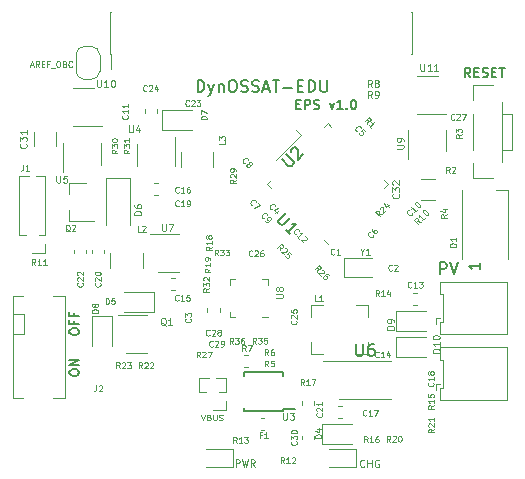
<source format=gbr>
G04 #@! TF.GenerationSoftware,KiCad,Pcbnew,(5.1.6)-1*
G04 #@! TF.CreationDate,2020-10-15T10:09:19+02:00*
G04 #@! TF.ProjectId,DynOSSAT-EDU-EPS,44796e4f-5353-4415-942d-4544552d4550,rev?*
G04 #@! TF.SameCoordinates,Original*
G04 #@! TF.FileFunction,Legend,Top*
G04 #@! TF.FilePolarity,Positive*
%FSLAX46Y46*%
G04 Gerber Fmt 4.6, Leading zero omitted, Abs format (unit mm)*
G04 Created by KiCad (PCBNEW (5.1.6)-1) date 2020-10-15 10:09:19*
%MOMM*%
%LPD*%
G01*
G04 APERTURE LIST*
%ADD10C,0.125000*%
%ADD11C,0.150000*%
%ADD12C,0.120000*%
%ADD13C,0.100000*%
G04 APERTURE END LIST*
D10*
X189042895Y-55353733D02*
X189280990Y-55353733D01*
X188995276Y-55496590D02*
X189161942Y-54996590D01*
X189328609Y-55496590D01*
X189780990Y-55496590D02*
X189614323Y-55258495D01*
X189495276Y-55496590D02*
X189495276Y-54996590D01*
X189685752Y-54996590D01*
X189733371Y-55020400D01*
X189757180Y-55044209D01*
X189780990Y-55091828D01*
X189780990Y-55163257D01*
X189757180Y-55210876D01*
X189733371Y-55234685D01*
X189685752Y-55258495D01*
X189495276Y-55258495D01*
X189995276Y-55234685D02*
X190161942Y-55234685D01*
X190233371Y-55496590D02*
X189995276Y-55496590D01*
X189995276Y-54996590D01*
X190233371Y-54996590D01*
X190614323Y-55234685D02*
X190447657Y-55234685D01*
X190447657Y-55496590D02*
X190447657Y-54996590D01*
X190685752Y-54996590D01*
X190757180Y-55544209D02*
X191138133Y-55544209D01*
X191352419Y-54996590D02*
X191447657Y-54996590D01*
X191495276Y-55020400D01*
X191542895Y-55068019D01*
X191566704Y-55163257D01*
X191566704Y-55329923D01*
X191542895Y-55425161D01*
X191495276Y-55472780D01*
X191447657Y-55496590D01*
X191352419Y-55496590D01*
X191304800Y-55472780D01*
X191257180Y-55425161D01*
X191233371Y-55329923D01*
X191233371Y-55163257D01*
X191257180Y-55068019D01*
X191304800Y-55020400D01*
X191352419Y-54996590D01*
X191947657Y-55234685D02*
X192019085Y-55258495D01*
X192042895Y-55282304D01*
X192066704Y-55329923D01*
X192066704Y-55401352D01*
X192042895Y-55448971D01*
X192019085Y-55472780D01*
X191971466Y-55496590D01*
X191780990Y-55496590D01*
X191780990Y-54996590D01*
X191947657Y-54996590D01*
X191995276Y-55020400D01*
X192019085Y-55044209D01*
X192042895Y-55091828D01*
X192042895Y-55139447D01*
X192019085Y-55187066D01*
X191995276Y-55210876D01*
X191947657Y-55234685D01*
X191780990Y-55234685D01*
X192566704Y-55448971D02*
X192542895Y-55472780D01*
X192471466Y-55496590D01*
X192423847Y-55496590D01*
X192352419Y-55472780D01*
X192304800Y-55425161D01*
X192280990Y-55377542D01*
X192257180Y-55282304D01*
X192257180Y-55210876D01*
X192280990Y-55115638D01*
X192304800Y-55068019D01*
X192352419Y-55020400D01*
X192423847Y-54996590D01*
X192471466Y-54996590D01*
X192542895Y-55020400D01*
X192566704Y-55044209D01*
X217325628Y-89292085D02*
X217297057Y-89320657D01*
X217211342Y-89349228D01*
X217154200Y-89349228D01*
X217068485Y-89320657D01*
X217011342Y-89263514D01*
X216982771Y-89206371D01*
X216954200Y-89092085D01*
X216954200Y-89006371D01*
X216982771Y-88892085D01*
X217011342Y-88834942D01*
X217068485Y-88777800D01*
X217154200Y-88749228D01*
X217211342Y-88749228D01*
X217297057Y-88777800D01*
X217325628Y-88806371D01*
X217582771Y-89349228D02*
X217582771Y-88749228D01*
X217582771Y-89034942D02*
X217925628Y-89034942D01*
X217925628Y-89349228D02*
X217925628Y-88749228D01*
X218525628Y-88777800D02*
X218468485Y-88749228D01*
X218382771Y-88749228D01*
X218297057Y-88777800D01*
X218239914Y-88834942D01*
X218211342Y-88892085D01*
X218182771Y-89006371D01*
X218182771Y-89092085D01*
X218211342Y-89206371D01*
X218239914Y-89263514D01*
X218297057Y-89320657D01*
X218382771Y-89349228D01*
X218439914Y-89349228D01*
X218525628Y-89320657D01*
X218554200Y-89292085D01*
X218554200Y-89092085D01*
X218439914Y-89092085D01*
X206413200Y-89323828D02*
X206413200Y-88723828D01*
X206641771Y-88723828D01*
X206698914Y-88752400D01*
X206727485Y-88780971D01*
X206756057Y-88838114D01*
X206756057Y-88923828D01*
X206727485Y-88980971D01*
X206698914Y-89009542D01*
X206641771Y-89038114D01*
X206413200Y-89038114D01*
X206956057Y-88723828D02*
X207098914Y-89323828D01*
X207213200Y-88895257D01*
X207327485Y-89323828D01*
X207470342Y-88723828D01*
X208041771Y-89323828D02*
X207841771Y-89038114D01*
X207698914Y-89323828D02*
X207698914Y-88723828D01*
X207927485Y-88723828D01*
X207984628Y-88752400D01*
X208013200Y-88780971D01*
X208041771Y-88838114D01*
X208041771Y-88923828D01*
X208013200Y-88980971D01*
X207984628Y-89009542D01*
X207927485Y-89038114D01*
X207698914Y-89038114D01*
D11*
X211556914Y-58642257D02*
X211823580Y-58642257D01*
X211937866Y-59061304D02*
X211556914Y-59061304D01*
X211556914Y-58261304D01*
X211937866Y-58261304D01*
X212280723Y-59061304D02*
X212280723Y-58261304D01*
X212585485Y-58261304D01*
X212661676Y-58299400D01*
X212699771Y-58337495D01*
X212737866Y-58413685D01*
X212737866Y-58527971D01*
X212699771Y-58604161D01*
X212661676Y-58642257D01*
X212585485Y-58680352D01*
X212280723Y-58680352D01*
X213042628Y-59023209D02*
X213156914Y-59061304D01*
X213347390Y-59061304D01*
X213423580Y-59023209D01*
X213461676Y-58985114D01*
X213499771Y-58908923D01*
X213499771Y-58832733D01*
X213461676Y-58756542D01*
X213423580Y-58718447D01*
X213347390Y-58680352D01*
X213195009Y-58642257D01*
X213118819Y-58604161D01*
X213080723Y-58566066D01*
X213042628Y-58489876D01*
X213042628Y-58413685D01*
X213080723Y-58337495D01*
X213118819Y-58299400D01*
X213195009Y-58261304D01*
X213385485Y-58261304D01*
X213499771Y-58299400D01*
X214375961Y-58527971D02*
X214566438Y-59061304D01*
X214756914Y-58527971D01*
X215480723Y-59061304D02*
X215023580Y-59061304D01*
X215252152Y-59061304D02*
X215252152Y-58261304D01*
X215175961Y-58375590D01*
X215099771Y-58451780D01*
X215023580Y-58489876D01*
X215823580Y-58985114D02*
X215861676Y-59023209D01*
X215823580Y-59061304D01*
X215785485Y-59023209D01*
X215823580Y-58985114D01*
X215823580Y-59061304D01*
X216356914Y-58261304D02*
X216433104Y-58261304D01*
X216509295Y-58299400D01*
X216547390Y-58337495D01*
X216585485Y-58413685D01*
X216623580Y-58566066D01*
X216623580Y-58756542D01*
X216585485Y-58908923D01*
X216547390Y-58985114D01*
X216509295Y-59023209D01*
X216433104Y-59061304D01*
X216356914Y-59061304D01*
X216280723Y-59023209D01*
X216242628Y-58985114D01*
X216204533Y-58908923D01*
X216166438Y-58756542D01*
X216166438Y-58566066D01*
X216204533Y-58413685D01*
X216242628Y-58337495D01*
X216280723Y-58299400D01*
X216356914Y-58261304D01*
X203210209Y-57615080D02*
X203210209Y-56615080D01*
X203448304Y-56615080D01*
X203591161Y-56662700D01*
X203686400Y-56757938D01*
X203734019Y-56853176D01*
X203781638Y-57043652D01*
X203781638Y-57186509D01*
X203734019Y-57376985D01*
X203686400Y-57472223D01*
X203591161Y-57567461D01*
X203448304Y-57615080D01*
X203210209Y-57615080D01*
X204114971Y-56948414D02*
X204353066Y-57615080D01*
X204591161Y-56948414D02*
X204353066Y-57615080D01*
X204257828Y-57853176D01*
X204210209Y-57900795D01*
X204114971Y-57948414D01*
X204972114Y-56948414D02*
X204972114Y-57615080D01*
X204972114Y-57043652D02*
X205019733Y-56996033D01*
X205114971Y-56948414D01*
X205257828Y-56948414D01*
X205353066Y-56996033D01*
X205400685Y-57091271D01*
X205400685Y-57615080D01*
X206067352Y-56615080D02*
X206257828Y-56615080D01*
X206353066Y-56662700D01*
X206448304Y-56757938D01*
X206495923Y-56948414D01*
X206495923Y-57281747D01*
X206448304Y-57472223D01*
X206353066Y-57567461D01*
X206257828Y-57615080D01*
X206067352Y-57615080D01*
X205972114Y-57567461D01*
X205876876Y-57472223D01*
X205829257Y-57281747D01*
X205829257Y-56948414D01*
X205876876Y-56757938D01*
X205972114Y-56662700D01*
X206067352Y-56615080D01*
X206876876Y-57567461D02*
X207019733Y-57615080D01*
X207257828Y-57615080D01*
X207353066Y-57567461D01*
X207400685Y-57519842D01*
X207448304Y-57424604D01*
X207448304Y-57329366D01*
X207400685Y-57234128D01*
X207353066Y-57186509D01*
X207257828Y-57138890D01*
X207067352Y-57091271D01*
X206972114Y-57043652D01*
X206924495Y-56996033D01*
X206876876Y-56900795D01*
X206876876Y-56805557D01*
X206924495Y-56710319D01*
X206972114Y-56662700D01*
X207067352Y-56615080D01*
X207305447Y-56615080D01*
X207448304Y-56662700D01*
X207829257Y-57567461D02*
X207972114Y-57615080D01*
X208210209Y-57615080D01*
X208305447Y-57567461D01*
X208353066Y-57519842D01*
X208400685Y-57424604D01*
X208400685Y-57329366D01*
X208353066Y-57234128D01*
X208305447Y-57186509D01*
X208210209Y-57138890D01*
X208019733Y-57091271D01*
X207924495Y-57043652D01*
X207876876Y-56996033D01*
X207829257Y-56900795D01*
X207829257Y-56805557D01*
X207876876Y-56710319D01*
X207924495Y-56662700D01*
X208019733Y-56615080D01*
X208257828Y-56615080D01*
X208400685Y-56662700D01*
X208781638Y-57329366D02*
X209257828Y-57329366D01*
X208686400Y-57615080D02*
X209019733Y-56615080D01*
X209353066Y-57615080D01*
X209543542Y-56615080D02*
X210114971Y-56615080D01*
X209829257Y-57615080D02*
X209829257Y-56615080D01*
X210448304Y-57234128D02*
X211210209Y-57234128D01*
X211686400Y-57091271D02*
X212019733Y-57091271D01*
X212162590Y-57615080D02*
X211686400Y-57615080D01*
X211686400Y-56615080D01*
X212162590Y-56615080D01*
X212591161Y-57615080D02*
X212591161Y-56615080D01*
X212829257Y-56615080D01*
X212972114Y-56662700D01*
X213067352Y-56757938D01*
X213114971Y-56853176D01*
X213162590Y-57043652D01*
X213162590Y-57186509D01*
X213114971Y-57376985D01*
X213067352Y-57472223D01*
X212972114Y-57567461D01*
X212829257Y-57615080D01*
X212591161Y-57615080D01*
X213591161Y-56615080D02*
X213591161Y-57424604D01*
X213638780Y-57519842D01*
X213686400Y-57567461D01*
X213781638Y-57615080D01*
X213972114Y-57615080D01*
X214067352Y-57567461D01*
X214114971Y-57519842D01*
X214162590Y-57424604D01*
X214162590Y-56615080D01*
X226295095Y-56343504D02*
X226028428Y-55962552D01*
X225837952Y-56343504D02*
X225837952Y-55543504D01*
X226142714Y-55543504D01*
X226218904Y-55581600D01*
X226257000Y-55619695D01*
X226295095Y-55695885D01*
X226295095Y-55810171D01*
X226257000Y-55886361D01*
X226218904Y-55924457D01*
X226142714Y-55962552D01*
X225837952Y-55962552D01*
X226637952Y-55924457D02*
X226904619Y-55924457D01*
X227018904Y-56343504D02*
X226637952Y-56343504D01*
X226637952Y-55543504D01*
X227018904Y-55543504D01*
X227323666Y-56305409D02*
X227437952Y-56343504D01*
X227628428Y-56343504D01*
X227704619Y-56305409D01*
X227742714Y-56267314D01*
X227780809Y-56191123D01*
X227780809Y-56114933D01*
X227742714Y-56038742D01*
X227704619Y-56000647D01*
X227628428Y-55962552D01*
X227476047Y-55924457D01*
X227399857Y-55886361D01*
X227361761Y-55848266D01*
X227323666Y-55772076D01*
X227323666Y-55695885D01*
X227361761Y-55619695D01*
X227399857Y-55581600D01*
X227476047Y-55543504D01*
X227666523Y-55543504D01*
X227780809Y-55581600D01*
X228123666Y-55924457D02*
X228390333Y-55924457D01*
X228504619Y-56343504D02*
X228123666Y-56343504D01*
X228123666Y-55543504D01*
X228504619Y-55543504D01*
X228733190Y-55543504D02*
X229190333Y-55543504D01*
X228961761Y-56343504D02*
X228961761Y-55543504D01*
D10*
X203527933Y-84917790D02*
X203694600Y-85417790D01*
X203861266Y-84917790D01*
X204194600Y-85155885D02*
X204266028Y-85179695D01*
X204289838Y-85203504D01*
X204313647Y-85251123D01*
X204313647Y-85322552D01*
X204289838Y-85370171D01*
X204266028Y-85393980D01*
X204218409Y-85417790D01*
X204027933Y-85417790D01*
X204027933Y-84917790D01*
X204194600Y-84917790D01*
X204242219Y-84941600D01*
X204266028Y-84965409D01*
X204289838Y-85013028D01*
X204289838Y-85060647D01*
X204266028Y-85108266D01*
X204242219Y-85132076D01*
X204194600Y-85155885D01*
X204027933Y-85155885D01*
X204527933Y-84917790D02*
X204527933Y-85322552D01*
X204551742Y-85370171D01*
X204575552Y-85393980D01*
X204623171Y-85417790D01*
X204718409Y-85417790D01*
X204766028Y-85393980D01*
X204789838Y-85370171D01*
X204813647Y-85322552D01*
X204813647Y-84917790D01*
X205027933Y-85393980D02*
X205099361Y-85417790D01*
X205218409Y-85417790D01*
X205266028Y-85393980D01*
X205289838Y-85370171D01*
X205313647Y-85322552D01*
X205313647Y-85274933D01*
X205289838Y-85227314D01*
X205266028Y-85203504D01*
X205218409Y-85179695D01*
X205123171Y-85155885D01*
X205075552Y-85132076D01*
X205051742Y-85108266D01*
X205027933Y-85060647D01*
X205027933Y-85013028D01*
X205051742Y-84965409D01*
X205075552Y-84941600D01*
X205123171Y-84917790D01*
X205242219Y-84917790D01*
X205313647Y-84941600D01*
D11*
X223718523Y-73045580D02*
X223718523Y-72045580D01*
X224099476Y-72045580D01*
X224194714Y-72093200D01*
X224242333Y-72140819D01*
X224289952Y-72236057D01*
X224289952Y-72378914D01*
X224242333Y-72474152D01*
X224194714Y-72521771D01*
X224099476Y-72569390D01*
X223718523Y-72569390D01*
X224575666Y-72045580D02*
X224909000Y-73045580D01*
X225242333Y-72045580D01*
X192347904Y-81445038D02*
X192347904Y-81292657D01*
X192386000Y-81216466D01*
X192462190Y-81140276D01*
X192614571Y-81102180D01*
X192881238Y-81102180D01*
X193033619Y-81140276D01*
X193109809Y-81216466D01*
X193147904Y-81292657D01*
X193147904Y-81445038D01*
X193109809Y-81521228D01*
X193033619Y-81597419D01*
X192881238Y-81635514D01*
X192614571Y-81635514D01*
X192462190Y-81597419D01*
X192386000Y-81521228D01*
X192347904Y-81445038D01*
X193147904Y-80759323D02*
X192347904Y-80759323D01*
X193147904Y-80302180D01*
X192347904Y-80302180D01*
X192347904Y-77977904D02*
X192347904Y-77825523D01*
X192386000Y-77749333D01*
X192462190Y-77673142D01*
X192614571Y-77635047D01*
X192881238Y-77635047D01*
X193033619Y-77673142D01*
X193109809Y-77749333D01*
X193147904Y-77825523D01*
X193147904Y-77977904D01*
X193109809Y-78054095D01*
X193033619Y-78130285D01*
X192881238Y-78168380D01*
X192614571Y-78168380D01*
X192462190Y-78130285D01*
X192386000Y-78054095D01*
X192347904Y-77977904D01*
X192728857Y-77025523D02*
X192728857Y-77292190D01*
X193147904Y-77292190D02*
X192347904Y-77292190D01*
X192347904Y-76911238D01*
X192728857Y-76339809D02*
X192728857Y-76606476D01*
X193147904Y-76606476D02*
X192347904Y-76606476D01*
X192347904Y-76225523D01*
D12*
X217379800Y-80355800D02*
X213779800Y-80355800D01*
X217379800Y-80355800D02*
X219579800Y-80355800D01*
X217379800Y-83575800D02*
X215179800Y-83575800D01*
X217379800Y-83575800D02*
X219579800Y-83575800D01*
X198540200Y-72484064D02*
X198540200Y-71279936D01*
X195820200Y-72484064D02*
X195820200Y-71279936D01*
X204534600Y-63924264D02*
X204534600Y-62720136D01*
X201814600Y-63924264D02*
X201814600Y-62720136D01*
X200176000Y-59144800D02*
X202726000Y-59144800D01*
X200176000Y-60844800D02*
X202726000Y-60844800D01*
X200176000Y-59144800D02*
X200176000Y-60844800D01*
X221426821Y-74648600D02*
X221752379Y-74648600D01*
X221426821Y-75668600D02*
X221752379Y-75668600D01*
X201254579Y-74373200D02*
X200929021Y-74373200D01*
X201254579Y-73353200D02*
X200929021Y-73353200D01*
X199832179Y-65276000D02*
X199506621Y-65276000D01*
X199832179Y-66296000D02*
X199506621Y-66296000D01*
X214338000Y-89330200D02*
X216623000Y-89330200D01*
X216623000Y-89330200D02*
X216623000Y-87860200D01*
X216623000Y-87860200D02*
X214338000Y-87860200D01*
X207152021Y-80875600D02*
X207477579Y-80875600D01*
X207152021Y-79855600D02*
X207477579Y-79855600D01*
X212011800Y-84135179D02*
X212011800Y-83809621D01*
X213031800Y-84135179D02*
X213031800Y-83809621D01*
X208855779Y-86235000D02*
X208530221Y-86235000D01*
X208855779Y-85215000D02*
X208530221Y-85215000D01*
X194257200Y-70957221D02*
X194257200Y-71282779D01*
X195277200Y-70957221D02*
X195277200Y-71282779D01*
X193778600Y-70957221D02*
X193778600Y-71282779D01*
X192758600Y-70957221D02*
X192758600Y-71282779D01*
X217599200Y-75614000D02*
X216574200Y-75614000D01*
X212829200Y-75614000D02*
X213854200Y-75614000D01*
X217599200Y-75614000D02*
X217599200Y-76639000D01*
X212829200Y-75614000D02*
X212829200Y-76639000D01*
X212829200Y-79834000D02*
X212829200Y-78809000D01*
X212829200Y-79834000D02*
X213854200Y-79834000D01*
X217599200Y-79834000D02*
X216574200Y-79834000D01*
X217599200Y-79834000D02*
X217599200Y-78809000D01*
X215058021Y-84199000D02*
X215383579Y-84199000D01*
X215058021Y-85219000D02*
X215383579Y-85219000D01*
X203873200Y-89330200D02*
X206158200Y-89330200D01*
X206158200Y-89330200D02*
X206158200Y-87860200D01*
X206158200Y-87860200D02*
X203873200Y-87860200D01*
X213714200Y-85687800D02*
X213714200Y-87387800D01*
X213714200Y-87387800D02*
X216264200Y-87387800D01*
X213714200Y-85687800D02*
X216264200Y-85687800D01*
X229400800Y-79232800D02*
X229400800Y-81467800D01*
X223680800Y-79232800D02*
X229400800Y-79232800D01*
X223680800Y-80302800D02*
X223680800Y-79232800D01*
X223980800Y-80302800D02*
X223680800Y-80302800D01*
X223980800Y-81467800D02*
X223980800Y-80302800D01*
X229400800Y-83702800D02*
X229400800Y-81467800D01*
X223680800Y-83702800D02*
X229400800Y-83702800D01*
X223680800Y-82632800D02*
X223680800Y-83702800D01*
X223980800Y-82632800D02*
X223680800Y-82632800D01*
X223980800Y-81467800D02*
X223980800Y-82632800D01*
X223390800Y-82342800D02*
X223390800Y-82842800D01*
X223690800Y-82342800D02*
X223390800Y-82342800D01*
X223690800Y-76780200D02*
X223390800Y-76780200D01*
X223390800Y-76780200D02*
X223390800Y-77280200D01*
X223980800Y-75905200D02*
X223980800Y-77070200D01*
X223980800Y-77070200D02*
X223680800Y-77070200D01*
X223680800Y-77070200D02*
X223680800Y-78140200D01*
X223680800Y-78140200D02*
X229400800Y-78140200D01*
X229400800Y-78140200D02*
X229400800Y-75905200D01*
X223980800Y-75905200D02*
X223980800Y-74740200D01*
X223980800Y-74740200D02*
X223680800Y-74740200D01*
X223680800Y-74740200D02*
X223680800Y-73670200D01*
X223680800Y-73670200D02*
X229400800Y-73670200D01*
X229400800Y-73670200D02*
X229400800Y-75905200D01*
X195799400Y-54362600D02*
X195799400Y-50832600D01*
X221319400Y-54362600D02*
X221319400Y-50832600D01*
X195864400Y-55687600D02*
X195864400Y-54362600D01*
X195799400Y-54362600D02*
X195864400Y-54362600D01*
X195799400Y-50832600D02*
X195864400Y-50832600D01*
X221254400Y-54362600D02*
X221319400Y-54362600D01*
X221254400Y-50832600D02*
X221319400Y-50832600D01*
X205580000Y-84554600D02*
X204470000Y-84554600D01*
X205580000Y-83794600D02*
X205580000Y-84554600D01*
X203906529Y-83034600D02*
X203360000Y-83034600D01*
X205580000Y-83034600D02*
X205033471Y-83034600D01*
X203360000Y-83034600D02*
X203360000Y-81829600D01*
X205580000Y-83034600D02*
X205580000Y-81829600D01*
X204162470Y-81829600D02*
X203360000Y-81829600D01*
X205580000Y-81829600D02*
X204777530Y-81829600D01*
X198727600Y-59395579D02*
X198727600Y-59070021D01*
X199747600Y-59395579D02*
X199747600Y-59070021D01*
X192305400Y-65349000D02*
X192305400Y-66279000D01*
X192305400Y-68509000D02*
X192305400Y-67579000D01*
X192305400Y-68509000D02*
X194465400Y-68509000D01*
X192305400Y-65349000D02*
X193765400Y-65349000D01*
X190314600Y-64710000D02*
X189512130Y-64710000D01*
X188897070Y-64710000D02*
X188094600Y-64710000D01*
X190314600Y-69725000D02*
X190314600Y-64710000D01*
X188094600Y-69725000D02*
X188094600Y-64710000D01*
X190314600Y-69725000D02*
X189768071Y-69725000D01*
X188641129Y-69725000D02*
X188094600Y-69725000D01*
X190314600Y-70485000D02*
X190314600Y-71245000D01*
X190314600Y-71245000D02*
X189204600Y-71245000D01*
X199518400Y-76211800D02*
X199518400Y-74511800D01*
X199518400Y-74511800D02*
X196968400Y-74511800D01*
X199518400Y-76211800D02*
X196968400Y-76211800D01*
X195922000Y-76579600D02*
X194222000Y-76579600D01*
X194222000Y-76579600D02*
X194222000Y-79129600D01*
X195922000Y-76579600D02*
X195922000Y-79129600D01*
X194203600Y-56543400D02*
X193603600Y-56543400D01*
X194903600Y-54443400D02*
X194903600Y-55843400D01*
X193603600Y-53743400D02*
X194203600Y-53743400D01*
X192903600Y-55843400D02*
X192903600Y-54443400D01*
X192903600Y-54443400D02*
G75*
G02*
X193603600Y-53743400I700000J0D01*
G01*
X194203600Y-53743400D02*
G75*
G02*
X194903600Y-54443400I0J-700000D01*
G01*
X194903600Y-55843400D02*
G75*
G02*
X194203600Y-56543400I-700000J0D01*
G01*
X193603600Y-56543400D02*
G75*
G02*
X192903600Y-55843400I0J700000D01*
G01*
X213031800Y-86705221D02*
X213031800Y-87030779D01*
X212011800Y-86705221D02*
X212011800Y-87030779D01*
X205056200Y-75935621D02*
X205056200Y-76261179D01*
X204036200Y-75935621D02*
X204036200Y-76261179D01*
X197469000Y-64933000D02*
X195469000Y-64933000D01*
X195469000Y-64933000D02*
X195469000Y-68833000D01*
X197469000Y-64933000D02*
X197469000Y-68833000D01*
X220013400Y-76162800D02*
X220013400Y-77862800D01*
X220013400Y-77862800D02*
X222563400Y-77862800D01*
X220013400Y-76162800D02*
X222563400Y-76162800D01*
X220013400Y-78372600D02*
X222563400Y-78372600D01*
X220013400Y-80072600D02*
X222563400Y-80072600D01*
X220013400Y-78372600D02*
X220013400Y-80072600D01*
D13*
X228193600Y-64922400D02*
X226542600Y-64922400D01*
X226542600Y-64922400D02*
X226542600Y-63652400D01*
X228193600Y-57048400D02*
X226542600Y-57048400D01*
X226542600Y-57048400D02*
X226542600Y-58318400D01*
X226542600Y-62509400D02*
X226542600Y-59461400D01*
X228955600Y-63525400D02*
X228955600Y-58445400D01*
X228955600Y-62509400D02*
X229717600Y-62509400D01*
X228955600Y-59461400D02*
X229844600Y-59461400D01*
X229844600Y-59461400D02*
X229844600Y-62509400D01*
X229844600Y-62509400D02*
X229717600Y-62509400D01*
X187579000Y-74902500D02*
X187579000Y-83502500D01*
X191979000Y-74902500D02*
X191979000Y-83502500D01*
X191979000Y-83502500D02*
X190944500Y-83502500D01*
X188404500Y-83502500D02*
X187579000Y-83502500D01*
X191979000Y-74902500D02*
X190944500Y-74902500D01*
X188404500Y-74902500D02*
X187579000Y-74902500D01*
X187579000Y-76390500D02*
X188531500Y-76390500D01*
X188531500Y-76390500D02*
X188531500Y-78105000D01*
X188531500Y-78105000D02*
X187579000Y-78105000D01*
D12*
X217989001Y-71691600D02*
X215588999Y-71691600D01*
X215588999Y-71691600D02*
X215588999Y-73291600D01*
X215588999Y-73291600D02*
X217989001Y-73291600D01*
X189361400Y-62197064D02*
X189361400Y-60992936D01*
X191181400Y-62197064D02*
X191181400Y-60992936D01*
X222079736Y-66797600D02*
X223283864Y-66797600D01*
X222079736Y-64977600D02*
X223283864Y-64977600D01*
X197118400Y-79689600D02*
X198918400Y-79689600D01*
X198918400Y-76469600D02*
X196468400Y-76469600D01*
D13*
X211946362Y-61245762D02*
X211533271Y-60832670D01*
X211946362Y-61245762D02*
X209825042Y-63367082D01*
D11*
X210413000Y-84431800D02*
X211488000Y-84431800D01*
X210413000Y-81356800D02*
X207163000Y-81356800D01*
X210413000Y-84606800D02*
X207163000Y-84606800D01*
X210413000Y-81356800D02*
X210413000Y-81631800D01*
X207163000Y-81356800D02*
X207163000Y-81631800D01*
X207163000Y-84606800D02*
X207163000Y-84331800D01*
X210413000Y-84606800D02*
X210413000Y-84431800D01*
D12*
X198084800Y-62041200D02*
X198084800Y-63841200D01*
X201304800Y-63841200D02*
X201304800Y-61391200D01*
X195005600Y-63765000D02*
X195005600Y-61965000D01*
X191785600Y-61965000D02*
X191785600Y-64415000D01*
X201610800Y-69662400D02*
X199160800Y-69662400D01*
X199810800Y-72882400D02*
X201610800Y-72882400D01*
X208653000Y-76692400D02*
X209128000Y-76692400D01*
X205908000Y-73472400D02*
X205908000Y-73947400D01*
X206383000Y-73472400D02*
X205908000Y-73472400D01*
X209128000Y-73472400D02*
X209128000Y-73947400D01*
X208653000Y-73472400D02*
X209128000Y-73472400D01*
X205908000Y-76692400D02*
X205908000Y-76217400D01*
X206383000Y-76692400D02*
X205908000Y-76692400D01*
X221046400Y-60847400D02*
X221046400Y-63297400D01*
X224266400Y-62647400D02*
X224266400Y-60847400D01*
X192622600Y-60512600D02*
X195072600Y-60512600D01*
X194422600Y-57292600D02*
X192622600Y-57292600D01*
X221781800Y-59471200D02*
X224231800Y-59471200D01*
X223581800Y-56251200D02*
X221781800Y-56251200D01*
X229508600Y-65884000D02*
X228433600Y-65884000D01*
X229508600Y-71784000D02*
X229508600Y-65884000D01*
X225608600Y-71784000D02*
X225608600Y-65884000D01*
X213862324Y-70149035D02*
X214198200Y-70484911D01*
X214198200Y-60274289D02*
X213862324Y-60610165D01*
X214534076Y-60610165D02*
X214198200Y-60274289D01*
X219303511Y-65379600D02*
X218967635Y-65715476D01*
X218967635Y-65043724D02*
X219303511Y-65379600D01*
X209092889Y-65379600D02*
X209428765Y-65043724D01*
X209428765Y-65715476D02*
X209092889Y-65379600D01*
D11*
X216617895Y-78968180D02*
X216617895Y-79777704D01*
X216665514Y-79872942D01*
X216713133Y-79920561D01*
X216808371Y-79968180D01*
X216998847Y-79968180D01*
X217094085Y-79920561D01*
X217141704Y-79872942D01*
X217189323Y-79777704D01*
X217189323Y-78968180D01*
X218094085Y-78968180D02*
X217903609Y-78968180D01*
X217808371Y-79015800D01*
X217760752Y-79063419D01*
X217665514Y-79206276D01*
X217617895Y-79396752D01*
X217617895Y-79777704D01*
X217665514Y-79872942D01*
X217713133Y-79920561D01*
X217808371Y-79968180D01*
X217998847Y-79968180D01*
X218094085Y-79920561D01*
X218141704Y-79872942D01*
X218189323Y-79777704D01*
X218189323Y-79539609D01*
X218141704Y-79444371D01*
X218094085Y-79396752D01*
X217998847Y-79349133D01*
X217808371Y-79349133D01*
X217713133Y-79396752D01*
X217665514Y-79444371D01*
X217617895Y-79539609D01*
D10*
X198366866Y-69441190D02*
X198128771Y-69441190D01*
X198128771Y-68941190D01*
X198509723Y-68988809D02*
X198533533Y-68965000D01*
X198581152Y-68941190D01*
X198700200Y-68941190D01*
X198747819Y-68965000D01*
X198771628Y-68988809D01*
X198795438Y-69036428D01*
X198795438Y-69084047D01*
X198771628Y-69155476D01*
X198485914Y-69441190D01*
X198795438Y-69441190D01*
X205508990Y-61779933D02*
X205508990Y-62018028D01*
X205008990Y-62018028D01*
X205008990Y-61660885D02*
X205008990Y-61351361D01*
X205199466Y-61518028D01*
X205199466Y-61446600D01*
X205223276Y-61398980D01*
X205247085Y-61375171D01*
X205294704Y-61351361D01*
X205413752Y-61351361D01*
X205461371Y-61375171D01*
X205485180Y-61398980D01*
X205508990Y-61446600D01*
X205508990Y-61589457D01*
X205485180Y-61637076D01*
X205461371Y-61660885D01*
X203959590Y-59932047D02*
X203459590Y-59932047D01*
X203459590Y-59813000D01*
X203483400Y-59741571D01*
X203531019Y-59693952D01*
X203578638Y-59670142D01*
X203673876Y-59646333D01*
X203745304Y-59646333D01*
X203840542Y-59670142D01*
X203888161Y-59693952D01*
X203935780Y-59741571D01*
X203959590Y-59813000D01*
X203959590Y-59932047D01*
X203459590Y-59479666D02*
X203459590Y-59146333D01*
X203959590Y-59360619D01*
X221293571Y-74117971D02*
X221269761Y-74141780D01*
X221198333Y-74165590D01*
X221150714Y-74165590D01*
X221079285Y-74141780D01*
X221031666Y-74094161D01*
X221007857Y-74046542D01*
X220984047Y-73951304D01*
X220984047Y-73879876D01*
X221007857Y-73784638D01*
X221031666Y-73737019D01*
X221079285Y-73689400D01*
X221150714Y-73665590D01*
X221198333Y-73665590D01*
X221269761Y-73689400D01*
X221293571Y-73713209D01*
X221769761Y-74165590D02*
X221484047Y-74165590D01*
X221626904Y-74165590D02*
X221626904Y-73665590D01*
X221579285Y-73737019D01*
X221531666Y-73784638D01*
X221484047Y-73808447D01*
X221936428Y-73665590D02*
X222245952Y-73665590D01*
X222079285Y-73856066D01*
X222150714Y-73856066D01*
X222198333Y-73879876D01*
X222222142Y-73903685D01*
X222245952Y-73951304D01*
X222245952Y-74070352D01*
X222222142Y-74117971D01*
X222198333Y-74141780D01*
X222150714Y-74165590D01*
X222007857Y-74165590D01*
X221960238Y-74141780D01*
X221936428Y-74117971D01*
X201583171Y-75235571D02*
X201559361Y-75259380D01*
X201487933Y-75283190D01*
X201440314Y-75283190D01*
X201368885Y-75259380D01*
X201321266Y-75211761D01*
X201297457Y-75164142D01*
X201273647Y-75068904D01*
X201273647Y-74997476D01*
X201297457Y-74902238D01*
X201321266Y-74854619D01*
X201368885Y-74807000D01*
X201440314Y-74783190D01*
X201487933Y-74783190D01*
X201559361Y-74807000D01*
X201583171Y-74830809D01*
X202059361Y-75283190D02*
X201773647Y-75283190D01*
X201916504Y-75283190D02*
X201916504Y-74783190D01*
X201868885Y-74854619D01*
X201821266Y-74902238D01*
X201773647Y-74926047D01*
X202511742Y-74783190D02*
X202273647Y-74783190D01*
X202249838Y-75021285D01*
X202273647Y-74997476D01*
X202321266Y-74973666D01*
X202440314Y-74973666D01*
X202487933Y-74997476D01*
X202511742Y-75021285D01*
X202535552Y-75068904D01*
X202535552Y-75187952D01*
X202511742Y-75235571D01*
X202487933Y-75259380D01*
X202440314Y-75283190D01*
X202321266Y-75283190D01*
X202273647Y-75259380D01*
X202249838Y-75235571D01*
X201608571Y-66091571D02*
X201584761Y-66115380D01*
X201513333Y-66139190D01*
X201465714Y-66139190D01*
X201394285Y-66115380D01*
X201346666Y-66067761D01*
X201322857Y-66020142D01*
X201299047Y-65924904D01*
X201299047Y-65853476D01*
X201322857Y-65758238D01*
X201346666Y-65710619D01*
X201394285Y-65663000D01*
X201465714Y-65639190D01*
X201513333Y-65639190D01*
X201584761Y-65663000D01*
X201608571Y-65686809D01*
X202084761Y-66139190D02*
X201799047Y-66139190D01*
X201941904Y-66139190D02*
X201941904Y-65639190D01*
X201894285Y-65710619D01*
X201846666Y-65758238D01*
X201799047Y-65782047D01*
X202513333Y-65639190D02*
X202418095Y-65639190D01*
X202370476Y-65663000D01*
X202346666Y-65686809D01*
X202299047Y-65758238D01*
X202275238Y-65853476D01*
X202275238Y-66043952D01*
X202299047Y-66091571D01*
X202322857Y-66115380D01*
X202370476Y-66139190D01*
X202465714Y-66139190D01*
X202513333Y-66115380D01*
X202537142Y-66091571D01*
X202560952Y-66043952D01*
X202560952Y-65924904D01*
X202537142Y-65877285D01*
X202513333Y-65853476D01*
X202465714Y-65829666D01*
X202370476Y-65829666D01*
X202322857Y-65853476D01*
X202299047Y-65877285D01*
X202275238Y-65924904D01*
X207269566Y-79563090D02*
X207102900Y-79324995D01*
X206983852Y-79563090D02*
X206983852Y-79063090D01*
X207174328Y-79063090D01*
X207221947Y-79086900D01*
X207245757Y-79110709D01*
X207269566Y-79158328D01*
X207269566Y-79229757D01*
X207245757Y-79277376D01*
X207221947Y-79301185D01*
X207174328Y-79324995D01*
X206983852Y-79324995D01*
X207436233Y-79063090D02*
X207769566Y-79063090D01*
X207555280Y-79563090D01*
X212200371Y-82420590D02*
X212033704Y-82182495D01*
X211914657Y-82420590D02*
X211914657Y-81920590D01*
X212105133Y-81920590D01*
X212152752Y-81944400D01*
X212176561Y-81968209D01*
X212200371Y-82015828D01*
X212200371Y-82087257D01*
X212176561Y-82134876D01*
X212152752Y-82158685D01*
X212105133Y-82182495D01*
X211914657Y-82182495D01*
X212676561Y-82420590D02*
X212390847Y-82420590D01*
X212533704Y-82420590D02*
X212533704Y-81920590D01*
X212486085Y-81992019D01*
X212438466Y-82039638D01*
X212390847Y-82063447D01*
X212843228Y-81920590D02*
X213176561Y-81920590D01*
X212962276Y-82420590D01*
X208621333Y-86654485D02*
X208454666Y-86654485D01*
X208454666Y-86916390D02*
X208454666Y-86416390D01*
X208692761Y-86416390D01*
X209145142Y-86916390D02*
X208859428Y-86916390D01*
X209002285Y-86916390D02*
X209002285Y-86416390D01*
X208954666Y-86487819D01*
X208907047Y-86535438D01*
X208859428Y-86559247D01*
X194945771Y-73778228D02*
X194969580Y-73802038D01*
X194993390Y-73873466D01*
X194993390Y-73921085D01*
X194969580Y-73992514D01*
X194921961Y-74040133D01*
X194874342Y-74063942D01*
X194779104Y-74087752D01*
X194707676Y-74087752D01*
X194612438Y-74063942D01*
X194564819Y-74040133D01*
X194517200Y-73992514D01*
X194493390Y-73921085D01*
X194493390Y-73873466D01*
X194517200Y-73802038D01*
X194541009Y-73778228D01*
X194541009Y-73587752D02*
X194517200Y-73563942D01*
X194493390Y-73516323D01*
X194493390Y-73397276D01*
X194517200Y-73349657D01*
X194541009Y-73325847D01*
X194588628Y-73302038D01*
X194636247Y-73302038D01*
X194707676Y-73325847D01*
X194993390Y-73611561D01*
X194993390Y-73302038D01*
X194493390Y-72992514D02*
X194493390Y-72944895D01*
X194517200Y-72897276D01*
X194541009Y-72873466D01*
X194588628Y-72849657D01*
X194683866Y-72825847D01*
X194802914Y-72825847D01*
X194898152Y-72849657D01*
X194945771Y-72873466D01*
X194969580Y-72897276D01*
X194993390Y-72944895D01*
X194993390Y-72992514D01*
X194969580Y-73040133D01*
X194945771Y-73063942D01*
X194898152Y-73087752D01*
X194802914Y-73111561D01*
X194683866Y-73111561D01*
X194588628Y-73087752D01*
X194541009Y-73063942D01*
X194517200Y-73040133D01*
X194493390Y-72992514D01*
X193447171Y-73778228D02*
X193470980Y-73802038D01*
X193494790Y-73873466D01*
X193494790Y-73921085D01*
X193470980Y-73992514D01*
X193423361Y-74040133D01*
X193375742Y-74063942D01*
X193280504Y-74087752D01*
X193209076Y-74087752D01*
X193113838Y-74063942D01*
X193066219Y-74040133D01*
X193018600Y-73992514D01*
X192994790Y-73921085D01*
X192994790Y-73873466D01*
X193018600Y-73802038D01*
X193042409Y-73778228D01*
X193042409Y-73587752D02*
X193018600Y-73563942D01*
X192994790Y-73516323D01*
X192994790Y-73397276D01*
X193018600Y-73349657D01*
X193042409Y-73325847D01*
X193090028Y-73302038D01*
X193137647Y-73302038D01*
X193209076Y-73325847D01*
X193494790Y-73611561D01*
X193494790Y-73302038D01*
X193042409Y-73111561D02*
X193018600Y-73087752D01*
X192994790Y-73040133D01*
X192994790Y-72921085D01*
X193018600Y-72873466D01*
X193042409Y-72849657D01*
X193090028Y-72825847D01*
X193137647Y-72825847D01*
X193209076Y-72849657D01*
X193494790Y-73135371D01*
X193494790Y-72825847D01*
X213352866Y-75333990D02*
X213114771Y-75333990D01*
X213114771Y-74833990D01*
X213781438Y-75333990D02*
X213495723Y-75333990D01*
X213638580Y-75333990D02*
X213638580Y-74833990D01*
X213590961Y-74905419D01*
X213543342Y-74953038D01*
X213495723Y-74976847D01*
X213716371Y-84801828D02*
X213740180Y-84825638D01*
X213763990Y-84897066D01*
X213763990Y-84944685D01*
X213740180Y-85016114D01*
X213692561Y-85063733D01*
X213644942Y-85087542D01*
X213549704Y-85111352D01*
X213478276Y-85111352D01*
X213383038Y-85087542D01*
X213335419Y-85063733D01*
X213287800Y-85016114D01*
X213263990Y-84944685D01*
X213263990Y-84897066D01*
X213287800Y-84825638D01*
X213311609Y-84801828D01*
X213311609Y-84611352D02*
X213287800Y-84587542D01*
X213263990Y-84539923D01*
X213263990Y-84420876D01*
X213287800Y-84373257D01*
X213311609Y-84349447D01*
X213359228Y-84325638D01*
X213406847Y-84325638D01*
X213478276Y-84349447D01*
X213763990Y-84635161D01*
X213763990Y-84325638D01*
X213763990Y-83849447D02*
X213763990Y-84135161D01*
X213763990Y-83992304D02*
X213263990Y-83992304D01*
X213335419Y-84039923D01*
X213383038Y-84087542D01*
X213406847Y-84135161D01*
X213662390Y-86881447D02*
X213162390Y-86881447D01*
X213162390Y-86762400D01*
X213186200Y-86690971D01*
X213233819Y-86643352D01*
X213281438Y-86619542D01*
X213376676Y-86595733D01*
X213448104Y-86595733D01*
X213543342Y-86619542D01*
X213590961Y-86643352D01*
X213638580Y-86690971D01*
X213662390Y-86762400D01*
X213662390Y-86881447D01*
X213329057Y-86167161D02*
X213662390Y-86167161D01*
X213138580Y-86286209D02*
X213495723Y-86405257D01*
X213495723Y-86095733D01*
X198509771Y-80998190D02*
X198343104Y-80760095D01*
X198224057Y-80998190D02*
X198224057Y-80498190D01*
X198414533Y-80498190D01*
X198462152Y-80522000D01*
X198485961Y-80545809D01*
X198509771Y-80593428D01*
X198509771Y-80664857D01*
X198485961Y-80712476D01*
X198462152Y-80736285D01*
X198414533Y-80760095D01*
X198224057Y-80760095D01*
X198700247Y-80545809D02*
X198724057Y-80522000D01*
X198771676Y-80498190D01*
X198890723Y-80498190D01*
X198938342Y-80522000D01*
X198962152Y-80545809D01*
X198985961Y-80593428D01*
X198985961Y-80641047D01*
X198962152Y-80712476D01*
X198676438Y-80998190D01*
X198985961Y-80998190D01*
X199176438Y-80545809D02*
X199200247Y-80522000D01*
X199247866Y-80498190D01*
X199366914Y-80498190D01*
X199414533Y-80522000D01*
X199438342Y-80545809D01*
X199462152Y-80593428D01*
X199462152Y-80641047D01*
X199438342Y-80712476D01*
X199152628Y-80998190D01*
X199462152Y-80998190D01*
X196604771Y-80998190D02*
X196438104Y-80760095D01*
X196319057Y-80998190D02*
X196319057Y-80498190D01*
X196509533Y-80498190D01*
X196557152Y-80522000D01*
X196580961Y-80545809D01*
X196604771Y-80593428D01*
X196604771Y-80664857D01*
X196580961Y-80712476D01*
X196557152Y-80736285D01*
X196509533Y-80760095D01*
X196319057Y-80760095D01*
X196795247Y-80545809D02*
X196819057Y-80522000D01*
X196866676Y-80498190D01*
X196985723Y-80498190D01*
X197033342Y-80522000D01*
X197057152Y-80545809D01*
X197080961Y-80593428D01*
X197080961Y-80641047D01*
X197057152Y-80712476D01*
X196771438Y-80998190D01*
X197080961Y-80998190D01*
X197247628Y-80498190D02*
X197557152Y-80498190D01*
X197390485Y-80688666D01*
X197461914Y-80688666D01*
X197509533Y-80712476D01*
X197533342Y-80736285D01*
X197557152Y-80783904D01*
X197557152Y-80902952D01*
X197533342Y-80950571D01*
X197509533Y-80974380D01*
X197461914Y-80998190D01*
X197319057Y-80998190D01*
X197271438Y-80974380D01*
X197247628Y-80950571D01*
X198890771Y-57480971D02*
X198866961Y-57504780D01*
X198795533Y-57528590D01*
X198747914Y-57528590D01*
X198676485Y-57504780D01*
X198628866Y-57457161D01*
X198605057Y-57409542D01*
X198581247Y-57314304D01*
X198581247Y-57242876D01*
X198605057Y-57147638D01*
X198628866Y-57100019D01*
X198676485Y-57052400D01*
X198747914Y-57028590D01*
X198795533Y-57028590D01*
X198866961Y-57052400D01*
X198890771Y-57076209D01*
X199081247Y-57076209D02*
X199105057Y-57052400D01*
X199152676Y-57028590D01*
X199271723Y-57028590D01*
X199319342Y-57052400D01*
X199343152Y-57076209D01*
X199366961Y-57123828D01*
X199366961Y-57171447D01*
X199343152Y-57242876D01*
X199057438Y-57528590D01*
X199366961Y-57528590D01*
X199795533Y-57195257D02*
X199795533Y-57528590D01*
X199676485Y-57004780D02*
X199557438Y-57361923D01*
X199866961Y-57361923D01*
X192382780Y-69412609D02*
X192335161Y-69388800D01*
X192287542Y-69341180D01*
X192216114Y-69269752D01*
X192168495Y-69245942D01*
X192120876Y-69245942D01*
X192144685Y-69364990D02*
X192097066Y-69341180D01*
X192049447Y-69293561D01*
X192025638Y-69198323D01*
X192025638Y-69031657D01*
X192049447Y-68936419D01*
X192097066Y-68888800D01*
X192144685Y-68864990D01*
X192239923Y-68864990D01*
X192287542Y-68888800D01*
X192335161Y-68936419D01*
X192358971Y-69031657D01*
X192358971Y-69198323D01*
X192335161Y-69293561D01*
X192287542Y-69341180D01*
X192239923Y-69364990D01*
X192144685Y-69364990D01*
X192549447Y-68912609D02*
X192573257Y-68888800D01*
X192620876Y-68864990D01*
X192739923Y-68864990D01*
X192787542Y-68888800D01*
X192811352Y-68912609D01*
X192835161Y-68960228D01*
X192835161Y-69007847D01*
X192811352Y-69079276D01*
X192525638Y-69364990D01*
X192835161Y-69364990D01*
X188428333Y-63759590D02*
X188428333Y-64116733D01*
X188404523Y-64188161D01*
X188356904Y-64235780D01*
X188285476Y-64259590D01*
X188237857Y-64259590D01*
X188928333Y-64259590D02*
X188642619Y-64259590D01*
X188785476Y-64259590D02*
X188785476Y-63759590D01*
X188737857Y-63831019D01*
X188690238Y-63878638D01*
X188642619Y-63902447D01*
X195414152Y-75562590D02*
X195414152Y-75062590D01*
X195533200Y-75062590D01*
X195604628Y-75086400D01*
X195652247Y-75134019D01*
X195676057Y-75181638D01*
X195699866Y-75276876D01*
X195699866Y-75348304D01*
X195676057Y-75443542D01*
X195652247Y-75491161D01*
X195604628Y-75538780D01*
X195533200Y-75562590D01*
X195414152Y-75562590D01*
X196152247Y-75062590D02*
X195914152Y-75062590D01*
X195890342Y-75300685D01*
X195914152Y-75276876D01*
X195961771Y-75253066D01*
X196080819Y-75253066D01*
X196128438Y-75276876D01*
X196152247Y-75300685D01*
X196176057Y-75348304D01*
X196176057Y-75467352D01*
X196152247Y-75514971D01*
X196128438Y-75538780D01*
X196080819Y-75562590D01*
X195961771Y-75562590D01*
X195914152Y-75538780D01*
X195890342Y-75514971D01*
X194764790Y-76289647D02*
X194264790Y-76289647D01*
X194264790Y-76170600D01*
X194288600Y-76099171D01*
X194336219Y-76051552D01*
X194383838Y-76027742D01*
X194479076Y-76003933D01*
X194550504Y-76003933D01*
X194645742Y-76027742D01*
X194693361Y-76051552D01*
X194740980Y-76099171D01*
X194764790Y-76170600D01*
X194764790Y-76289647D01*
X194479076Y-75718219D02*
X194455266Y-75765838D01*
X194431457Y-75789647D01*
X194383838Y-75813457D01*
X194360028Y-75813457D01*
X194312409Y-75789647D01*
X194288600Y-75765838D01*
X194264790Y-75718219D01*
X194264790Y-75622980D01*
X194288600Y-75575361D01*
X194312409Y-75551552D01*
X194360028Y-75527742D01*
X194383838Y-75527742D01*
X194431457Y-75551552D01*
X194455266Y-75575361D01*
X194479076Y-75622980D01*
X194479076Y-75718219D01*
X194502885Y-75765838D01*
X194526695Y-75789647D01*
X194574314Y-75813457D01*
X194669552Y-75813457D01*
X194717171Y-75789647D01*
X194740980Y-75765838D01*
X194764790Y-75718219D01*
X194764790Y-75622980D01*
X194740980Y-75575361D01*
X194717171Y-75551552D01*
X194669552Y-75527742D01*
X194574314Y-75527742D01*
X194526695Y-75551552D01*
X194502885Y-75575361D01*
X194479076Y-75622980D01*
X214775266Y-71323971D02*
X214751457Y-71347780D01*
X214680028Y-71371590D01*
X214632409Y-71371590D01*
X214560980Y-71347780D01*
X214513361Y-71300161D01*
X214489552Y-71252542D01*
X214465742Y-71157304D01*
X214465742Y-71085876D01*
X214489552Y-70990638D01*
X214513361Y-70943019D01*
X214560980Y-70895400D01*
X214632409Y-70871590D01*
X214680028Y-70871590D01*
X214751457Y-70895400D01*
X214775266Y-70919209D01*
X215251457Y-71371590D02*
X214965742Y-71371590D01*
X215108600Y-71371590D02*
X215108600Y-70871590D01*
X215060980Y-70943019D01*
X215013361Y-70990638D01*
X214965742Y-71014447D01*
X219652066Y-72682871D02*
X219628257Y-72706680D01*
X219556828Y-72730490D01*
X219509209Y-72730490D01*
X219437780Y-72706680D01*
X219390161Y-72659061D01*
X219366352Y-72611442D01*
X219342542Y-72516204D01*
X219342542Y-72444776D01*
X219366352Y-72349538D01*
X219390161Y-72301919D01*
X219437780Y-72254300D01*
X219509209Y-72230490D01*
X219556828Y-72230490D01*
X219628257Y-72254300D01*
X219652066Y-72278109D01*
X219842542Y-72278109D02*
X219866352Y-72254300D01*
X219913971Y-72230490D01*
X220033019Y-72230490D01*
X220080638Y-72254300D01*
X220104447Y-72278109D01*
X220128257Y-72325728D01*
X220128257Y-72373347D01*
X220104447Y-72444776D01*
X219818733Y-72730490D01*
X220128257Y-72730490D01*
X209466406Y-67555143D02*
X209432734Y-67555143D01*
X209365391Y-67521471D01*
X209331719Y-67487800D01*
X209298047Y-67420456D01*
X209298047Y-67353112D01*
X209314883Y-67302605D01*
X209365391Y-67218425D01*
X209415898Y-67167918D01*
X209500078Y-67117410D01*
X209550585Y-67100574D01*
X209617929Y-67100574D01*
X209685272Y-67134246D01*
X209718944Y-67167918D01*
X209752616Y-67235261D01*
X209752616Y-67268933D01*
X209971482Y-67656158D02*
X209735780Y-67891861D01*
X210021990Y-67437292D02*
X209685272Y-67605651D01*
X209904139Y-67824517D01*
X216730804Y-60925743D02*
X216697132Y-60925743D01*
X216629789Y-60892071D01*
X216596117Y-60858400D01*
X216562445Y-60791056D01*
X216562445Y-60723712D01*
X216579281Y-60673205D01*
X216629789Y-60589025D01*
X216680296Y-60538518D01*
X216764476Y-60488010D01*
X216814983Y-60471174D01*
X216882327Y-60471174D01*
X216949670Y-60504846D01*
X216983342Y-60538518D01*
X217017014Y-60605861D01*
X217017014Y-60639533D01*
X217370567Y-60925743D02*
X217202208Y-60757384D01*
X217017014Y-60908907D01*
X217050686Y-60908907D01*
X217101193Y-60925743D01*
X217185373Y-61009922D01*
X217202208Y-61060430D01*
X217202208Y-61094102D01*
X217185373Y-61144609D01*
X217101193Y-61228789D01*
X217050686Y-61245625D01*
X217017014Y-61245625D01*
X216966506Y-61228789D01*
X216882327Y-61144609D01*
X216865491Y-61094102D01*
X216865491Y-61060430D01*
X218075543Y-69730394D02*
X218075543Y-69764066D01*
X218041871Y-69831409D01*
X218008200Y-69865081D01*
X217940856Y-69898753D01*
X217873512Y-69898753D01*
X217823005Y-69881917D01*
X217738825Y-69831409D01*
X217688318Y-69780902D01*
X217637810Y-69696722D01*
X217620974Y-69646215D01*
X217620974Y-69578871D01*
X217654646Y-69511528D01*
X217688318Y-69477856D01*
X217755661Y-69444184D01*
X217789333Y-69444184D01*
X218058707Y-69107467D02*
X217991364Y-69174810D01*
X217974528Y-69225318D01*
X217974528Y-69258990D01*
X217991364Y-69343169D01*
X218041871Y-69427348D01*
X218176558Y-69562035D01*
X218227066Y-69578871D01*
X218260738Y-69578871D01*
X218311245Y-69562035D01*
X218378589Y-69494692D01*
X218395425Y-69444184D01*
X218395425Y-69410512D01*
X218378589Y-69360005D01*
X218294409Y-69275825D01*
X218243902Y-69258990D01*
X218210230Y-69258990D01*
X218159722Y-69275825D01*
X218092379Y-69343169D01*
X218075543Y-69393677D01*
X218075543Y-69427348D01*
X218092379Y-69477856D01*
X207840805Y-67174143D02*
X207807133Y-67174143D01*
X207739790Y-67140471D01*
X207706118Y-67106800D01*
X207672446Y-67039456D01*
X207672446Y-66972112D01*
X207689282Y-66921605D01*
X207739790Y-66837425D01*
X207790297Y-66786918D01*
X207874477Y-66736410D01*
X207924984Y-66719574D01*
X207992328Y-66719574D01*
X208059671Y-66753246D01*
X208093343Y-66786918D01*
X208127015Y-66854261D01*
X208127015Y-66887933D01*
X208278538Y-66972112D02*
X208514240Y-67207815D01*
X208009164Y-67409845D01*
X207180405Y-63656243D02*
X207146733Y-63656243D01*
X207079390Y-63622571D01*
X207045718Y-63588900D01*
X207012046Y-63521556D01*
X207012046Y-63454212D01*
X207028882Y-63403705D01*
X207079390Y-63319525D01*
X207129897Y-63269018D01*
X207214077Y-63218510D01*
X207264584Y-63201674D01*
X207331928Y-63201674D01*
X207399271Y-63235346D01*
X207432943Y-63269018D01*
X207466615Y-63336361D01*
X207466615Y-63370033D01*
X207550794Y-63689915D02*
X207533958Y-63639407D01*
X207533958Y-63605735D01*
X207550794Y-63555228D01*
X207567630Y-63538392D01*
X207618138Y-63521556D01*
X207651809Y-63521556D01*
X207702317Y-63538392D01*
X207769661Y-63605735D01*
X207786496Y-63656243D01*
X207786496Y-63689915D01*
X207769661Y-63740422D01*
X207752825Y-63757258D01*
X207702317Y-63774094D01*
X207668645Y-63774094D01*
X207618138Y-63757258D01*
X207550794Y-63689915D01*
X207500287Y-63673079D01*
X207466615Y-63673079D01*
X207416107Y-63689915D01*
X207348764Y-63757258D01*
X207331928Y-63807766D01*
X207331928Y-63841438D01*
X207348764Y-63891945D01*
X207416107Y-63959289D01*
X207466615Y-63976125D01*
X207500287Y-63976125D01*
X207550794Y-63959289D01*
X207618138Y-63891945D01*
X207634974Y-63841438D01*
X207634974Y-63807766D01*
X207618138Y-63757258D01*
X221386984Y-67866753D02*
X221386984Y-67900425D01*
X221353312Y-67967768D01*
X221319641Y-68001440D01*
X221252297Y-68035112D01*
X221184954Y-68035112D01*
X221134446Y-68018276D01*
X221050267Y-67967768D01*
X220999759Y-67917261D01*
X220949251Y-67833081D01*
X220932416Y-67782574D01*
X220932416Y-67715230D01*
X220966087Y-67647887D01*
X220999759Y-67614215D01*
X221067103Y-67580543D01*
X221100774Y-67580543D01*
X221757374Y-67563707D02*
X221555343Y-67765738D01*
X221656358Y-67664722D02*
X221302805Y-67311169D01*
X221319641Y-67395348D01*
X221319641Y-67462692D01*
X221302805Y-67513200D01*
X221622687Y-66991287D02*
X221656358Y-66957616D01*
X221706866Y-66940780D01*
X221740538Y-66940780D01*
X221791045Y-66957616D01*
X221875225Y-67008123D01*
X221959404Y-67092303D01*
X222009912Y-67176482D01*
X222026748Y-67226990D01*
X222026748Y-67260661D01*
X222009912Y-67311169D01*
X221976240Y-67344841D01*
X221925732Y-67361677D01*
X221892061Y-67361677D01*
X221841553Y-67344841D01*
X221757374Y-67294333D01*
X221673194Y-67210154D01*
X221622687Y-67125974D01*
X221605851Y-67075467D01*
X221605851Y-67041795D01*
X221622687Y-66991287D01*
X197257171Y-59579628D02*
X197280980Y-59603438D01*
X197304790Y-59674866D01*
X197304790Y-59722485D01*
X197280980Y-59793914D01*
X197233361Y-59841533D01*
X197185742Y-59865342D01*
X197090504Y-59889152D01*
X197019076Y-59889152D01*
X196923838Y-59865342D01*
X196876219Y-59841533D01*
X196828600Y-59793914D01*
X196804790Y-59722485D01*
X196804790Y-59674866D01*
X196828600Y-59603438D01*
X196852409Y-59579628D01*
X197304790Y-59103438D02*
X197304790Y-59389152D01*
X197304790Y-59246295D02*
X196804790Y-59246295D01*
X196876219Y-59293914D01*
X196923838Y-59341533D01*
X196947647Y-59389152D01*
X197304790Y-58627247D02*
X197304790Y-58912961D01*
X197304790Y-58770104D02*
X196804790Y-58770104D01*
X196876219Y-58817723D01*
X196923838Y-58865342D01*
X196947647Y-58912961D01*
X211507845Y-69647384D02*
X211474173Y-69647384D01*
X211406830Y-69613712D01*
X211373158Y-69580041D01*
X211339486Y-69512697D01*
X211339486Y-69445354D01*
X211356322Y-69394846D01*
X211406830Y-69310667D01*
X211457337Y-69260159D01*
X211541517Y-69209651D01*
X211592024Y-69192816D01*
X211659368Y-69192816D01*
X211726711Y-69226487D01*
X211760383Y-69260159D01*
X211794055Y-69327503D01*
X211794055Y-69361174D01*
X211810891Y-70017774D02*
X211608860Y-69815743D01*
X211709876Y-69916758D02*
X212063429Y-69563205D01*
X211979250Y-69580041D01*
X211911906Y-69580041D01*
X211861399Y-69563205D01*
X212265460Y-69832579D02*
X212299131Y-69832579D01*
X212349639Y-69849415D01*
X212433818Y-69933594D01*
X212450654Y-69984102D01*
X212450654Y-70017774D01*
X212433818Y-70068281D01*
X212400147Y-70101953D01*
X212332803Y-70135625D01*
X211928742Y-70135625D01*
X212147608Y-70354491D01*
X223139771Y-82211028D02*
X223163580Y-82234838D01*
X223187390Y-82306266D01*
X223187390Y-82353885D01*
X223163580Y-82425314D01*
X223115961Y-82472933D01*
X223068342Y-82496742D01*
X222973104Y-82520552D01*
X222901676Y-82520552D01*
X222806438Y-82496742D01*
X222758819Y-82472933D01*
X222711200Y-82425314D01*
X222687390Y-82353885D01*
X222687390Y-82306266D01*
X222711200Y-82234838D01*
X222735009Y-82211028D01*
X223187390Y-81734838D02*
X223187390Y-82020552D01*
X223187390Y-81877695D02*
X222687390Y-81877695D01*
X222758819Y-81925314D01*
X222806438Y-81972933D01*
X222830247Y-82020552D01*
X222901676Y-81449123D02*
X222877866Y-81496742D01*
X222854057Y-81520552D01*
X222806438Y-81544361D01*
X222782628Y-81544361D01*
X222735009Y-81520552D01*
X222711200Y-81496742D01*
X222687390Y-81449123D01*
X222687390Y-81353885D01*
X222711200Y-81306266D01*
X222735009Y-81282457D01*
X222782628Y-81258647D01*
X222806438Y-81258647D01*
X222854057Y-81282457D01*
X222877866Y-81306266D01*
X222901676Y-81353885D01*
X222901676Y-81449123D01*
X222925485Y-81496742D01*
X222949295Y-81520552D01*
X222996914Y-81544361D01*
X223092152Y-81544361D01*
X223139771Y-81520552D01*
X223163580Y-81496742D01*
X223187390Y-81449123D01*
X223187390Y-81353885D01*
X223163580Y-81306266D01*
X223139771Y-81282457D01*
X223092152Y-81258647D01*
X222996914Y-81258647D01*
X222949295Y-81282457D01*
X222925485Y-81306266D01*
X222901676Y-81353885D01*
X217535334Y-60299015D02*
X217585842Y-60012805D01*
X217333304Y-60096984D02*
X217686857Y-59743431D01*
X217821544Y-59878118D01*
X217838380Y-59928625D01*
X217838380Y-59962297D01*
X217821544Y-60012805D01*
X217771036Y-60063312D01*
X217720529Y-60080148D01*
X217686857Y-60080148D01*
X217636349Y-60063312D01*
X217501662Y-59928625D01*
X217872052Y-60635732D02*
X217670021Y-60433702D01*
X217771036Y-60534717D02*
X218124590Y-60181164D01*
X218040410Y-60198000D01*
X217973067Y-60198000D01*
X217922559Y-60181164D01*
X224541566Y-64437390D02*
X224374900Y-64199295D01*
X224255852Y-64437390D02*
X224255852Y-63937390D01*
X224446328Y-63937390D01*
X224493947Y-63961200D01*
X224517757Y-63985009D01*
X224541566Y-64032628D01*
X224541566Y-64104057D01*
X224517757Y-64151676D01*
X224493947Y-64175485D01*
X224446328Y-64199295D01*
X224255852Y-64199295D01*
X224732042Y-63985009D02*
X224755852Y-63961200D01*
X224803471Y-63937390D01*
X224922519Y-63937390D01*
X224970138Y-63961200D01*
X224993947Y-63985009D01*
X225017757Y-64032628D01*
X225017757Y-64080247D01*
X224993947Y-64151676D01*
X224708233Y-64437390D01*
X225017757Y-64437390D01*
X225549590Y-61195733D02*
X225311495Y-61362400D01*
X225549590Y-61481447D02*
X225049590Y-61481447D01*
X225049590Y-61290971D01*
X225073400Y-61243352D01*
X225097209Y-61219542D01*
X225144828Y-61195733D01*
X225216257Y-61195733D01*
X225263876Y-61219542D01*
X225287685Y-61243352D01*
X225311495Y-61290971D01*
X225311495Y-61481447D01*
X225049590Y-61029066D02*
X225049590Y-60719542D01*
X225240066Y-60886209D01*
X225240066Y-60814780D01*
X225263876Y-60767161D01*
X225287685Y-60743352D01*
X225335304Y-60719542D01*
X225454352Y-60719542D01*
X225501971Y-60743352D01*
X225525780Y-60767161D01*
X225549590Y-60814780D01*
X225549590Y-60957638D01*
X225525780Y-61005257D01*
X225501971Y-61029066D01*
X224279590Y-67977533D02*
X224041495Y-68144200D01*
X224279590Y-68263247D02*
X223779590Y-68263247D01*
X223779590Y-68072771D01*
X223803400Y-68025152D01*
X223827209Y-68001342D01*
X223874828Y-67977533D01*
X223946257Y-67977533D01*
X223993876Y-68001342D01*
X224017685Y-68025152D01*
X224041495Y-68072771D01*
X224041495Y-68263247D01*
X223946257Y-67548961D02*
X224279590Y-67548961D01*
X223755780Y-67668009D02*
X224112923Y-67787057D01*
X224112923Y-67477533D01*
X209187266Y-80845790D02*
X209020600Y-80607695D01*
X208901552Y-80845790D02*
X208901552Y-80345790D01*
X209092028Y-80345790D01*
X209139647Y-80369600D01*
X209163457Y-80393409D01*
X209187266Y-80441028D01*
X209187266Y-80512457D01*
X209163457Y-80560076D01*
X209139647Y-80583885D01*
X209092028Y-80607695D01*
X208901552Y-80607695D01*
X209639647Y-80345790D02*
X209401552Y-80345790D01*
X209377742Y-80583885D01*
X209401552Y-80560076D01*
X209449171Y-80536266D01*
X209568219Y-80536266D01*
X209615838Y-80560076D01*
X209639647Y-80583885D01*
X209663457Y-80631504D01*
X209663457Y-80750552D01*
X209639647Y-80798171D01*
X209615838Y-80821980D01*
X209568219Y-80845790D01*
X209449171Y-80845790D01*
X209401552Y-80821980D01*
X209377742Y-80798171D01*
X209187266Y-79905990D02*
X209020600Y-79667895D01*
X208901552Y-79905990D02*
X208901552Y-79405990D01*
X209092028Y-79405990D01*
X209139647Y-79429800D01*
X209163457Y-79453609D01*
X209187266Y-79501228D01*
X209187266Y-79572657D01*
X209163457Y-79620276D01*
X209139647Y-79644085D01*
X209092028Y-79667895D01*
X208901552Y-79667895D01*
X209615838Y-79405990D02*
X209520600Y-79405990D01*
X209472980Y-79429800D01*
X209449171Y-79453609D01*
X209401552Y-79525038D01*
X209377742Y-79620276D01*
X209377742Y-79810752D01*
X209401552Y-79858371D01*
X209425361Y-79882180D01*
X209472980Y-79905990D01*
X209568219Y-79905990D01*
X209615838Y-79882180D01*
X209639647Y-79858371D01*
X209663457Y-79810752D01*
X209663457Y-79691704D01*
X209639647Y-79644085D01*
X209615838Y-79620276D01*
X209568219Y-79596466D01*
X209472980Y-79596466D01*
X209425361Y-79620276D01*
X209401552Y-79644085D01*
X209377742Y-79691704D01*
X222081056Y-68586225D02*
X221794846Y-68535717D01*
X221879025Y-68788255D02*
X221525472Y-68434702D01*
X221660159Y-68300015D01*
X221710667Y-68283179D01*
X221744338Y-68283179D01*
X221794846Y-68300015D01*
X221845354Y-68350522D01*
X221862190Y-68401030D01*
X221862190Y-68434702D01*
X221845354Y-68485209D01*
X221710667Y-68619896D01*
X222417774Y-68249507D02*
X222215743Y-68451538D01*
X222316758Y-68350522D02*
X221963205Y-67996969D01*
X221980041Y-68081148D01*
X221980041Y-68148492D01*
X221963205Y-68199000D01*
X222283087Y-67677087D02*
X222316758Y-67643416D01*
X222367266Y-67626580D01*
X222400938Y-67626580D01*
X222451445Y-67643416D01*
X222535625Y-67693923D01*
X222619804Y-67778103D01*
X222670312Y-67862282D01*
X222687148Y-67912790D01*
X222687148Y-67946461D01*
X222670312Y-67996969D01*
X222636640Y-68030641D01*
X222586132Y-68047477D01*
X222552461Y-68047477D01*
X222501953Y-68030641D01*
X222417774Y-67980133D01*
X222333594Y-67895954D01*
X222283087Y-67811774D01*
X222266251Y-67761267D01*
X222266251Y-67727595D01*
X222283087Y-67677087D01*
X189467371Y-72260590D02*
X189300704Y-72022495D01*
X189181657Y-72260590D02*
X189181657Y-71760590D01*
X189372133Y-71760590D01*
X189419752Y-71784400D01*
X189443561Y-71808209D01*
X189467371Y-71855828D01*
X189467371Y-71927257D01*
X189443561Y-71974876D01*
X189419752Y-71998685D01*
X189372133Y-72022495D01*
X189181657Y-72022495D01*
X189943561Y-72260590D02*
X189657847Y-72260590D01*
X189800704Y-72260590D02*
X189800704Y-71760590D01*
X189753085Y-71832019D01*
X189705466Y-71879638D01*
X189657847Y-71903447D01*
X190419752Y-72260590D02*
X190134038Y-72260590D01*
X190276895Y-72260590D02*
X190276895Y-71760590D01*
X190229276Y-71832019D01*
X190181657Y-71879638D01*
X190134038Y-71903447D01*
X210523971Y-89049990D02*
X210357304Y-88811895D01*
X210238257Y-89049990D02*
X210238257Y-88549990D01*
X210428733Y-88549990D01*
X210476352Y-88573800D01*
X210500161Y-88597609D01*
X210523971Y-88645228D01*
X210523971Y-88716657D01*
X210500161Y-88764276D01*
X210476352Y-88788085D01*
X210428733Y-88811895D01*
X210238257Y-88811895D01*
X211000161Y-89049990D02*
X210714447Y-89049990D01*
X210857304Y-89049990D02*
X210857304Y-88549990D01*
X210809685Y-88621419D01*
X210762066Y-88669038D01*
X210714447Y-88692847D01*
X211190638Y-88597609D02*
X211214447Y-88573800D01*
X211262066Y-88549990D01*
X211381114Y-88549990D01*
X211428733Y-88573800D01*
X211452542Y-88597609D01*
X211476352Y-88645228D01*
X211476352Y-88692847D01*
X211452542Y-88764276D01*
X211166828Y-89049990D01*
X211476352Y-89049990D01*
X206504171Y-87322790D02*
X206337504Y-87084695D01*
X206218457Y-87322790D02*
X206218457Y-86822790D01*
X206408933Y-86822790D01*
X206456552Y-86846600D01*
X206480361Y-86870409D01*
X206504171Y-86918028D01*
X206504171Y-86989457D01*
X206480361Y-87037076D01*
X206456552Y-87060885D01*
X206408933Y-87084695D01*
X206218457Y-87084695D01*
X206980361Y-87322790D02*
X206694647Y-87322790D01*
X206837504Y-87322790D02*
X206837504Y-86822790D01*
X206789885Y-86894219D01*
X206742266Y-86941838D01*
X206694647Y-86965647D01*
X207147028Y-86822790D02*
X207456552Y-86822790D01*
X207289885Y-87013266D01*
X207361314Y-87013266D01*
X207408933Y-87037076D01*
X207432742Y-87060885D01*
X207456552Y-87108504D01*
X207456552Y-87227552D01*
X207432742Y-87275171D01*
X207408933Y-87298980D01*
X207361314Y-87322790D01*
X207218457Y-87322790D01*
X207170838Y-87298980D01*
X207147028Y-87275171D01*
X218550371Y-74876790D02*
X218383704Y-74638695D01*
X218264657Y-74876790D02*
X218264657Y-74376790D01*
X218455133Y-74376790D01*
X218502752Y-74400600D01*
X218526561Y-74424409D01*
X218550371Y-74472028D01*
X218550371Y-74543457D01*
X218526561Y-74591076D01*
X218502752Y-74614885D01*
X218455133Y-74638695D01*
X218264657Y-74638695D01*
X219026561Y-74876790D02*
X218740847Y-74876790D01*
X218883704Y-74876790D02*
X218883704Y-74376790D01*
X218836085Y-74448219D01*
X218788466Y-74495838D01*
X218740847Y-74519647D01*
X219455133Y-74543457D02*
X219455133Y-74876790D01*
X219336085Y-74352980D02*
X219217038Y-74710123D01*
X219526561Y-74710123D01*
X223212790Y-84141428D02*
X222974695Y-84308095D01*
X223212790Y-84427142D02*
X222712790Y-84427142D01*
X222712790Y-84236666D01*
X222736600Y-84189047D01*
X222760409Y-84165238D01*
X222808028Y-84141428D01*
X222879457Y-84141428D01*
X222927076Y-84165238D01*
X222950885Y-84189047D01*
X222974695Y-84236666D01*
X222974695Y-84427142D01*
X223212790Y-83665238D02*
X223212790Y-83950952D01*
X223212790Y-83808095D02*
X222712790Y-83808095D01*
X222784219Y-83855714D01*
X222831838Y-83903333D01*
X222855647Y-83950952D01*
X222712790Y-83212857D02*
X222712790Y-83450952D01*
X222950885Y-83474761D01*
X222927076Y-83450952D01*
X222903266Y-83403333D01*
X222903266Y-83284285D01*
X222927076Y-83236666D01*
X222950885Y-83212857D01*
X222998504Y-83189047D01*
X223117552Y-83189047D01*
X223165171Y-83212857D01*
X223188980Y-83236666D01*
X223212790Y-83284285D01*
X223212790Y-83403333D01*
X223188980Y-83450952D01*
X223165171Y-83474761D01*
X217585171Y-87271990D02*
X217418504Y-87033895D01*
X217299457Y-87271990D02*
X217299457Y-86771990D01*
X217489933Y-86771990D01*
X217537552Y-86795800D01*
X217561361Y-86819609D01*
X217585171Y-86867228D01*
X217585171Y-86938657D01*
X217561361Y-86986276D01*
X217537552Y-87010085D01*
X217489933Y-87033895D01*
X217299457Y-87033895D01*
X218061361Y-87271990D02*
X217775647Y-87271990D01*
X217918504Y-87271990D02*
X217918504Y-86771990D01*
X217870885Y-86843419D01*
X217823266Y-86891038D01*
X217775647Y-86914847D01*
X218489933Y-86771990D02*
X218394695Y-86771990D01*
X218347076Y-86795800D01*
X218323266Y-86819609D01*
X218275647Y-86891038D01*
X218251838Y-86986276D01*
X218251838Y-87176752D01*
X218275647Y-87224371D01*
X218299457Y-87248180D01*
X218347076Y-87271990D01*
X218442314Y-87271990D01*
X218489933Y-87248180D01*
X218513742Y-87224371D01*
X218537552Y-87176752D01*
X218537552Y-87057704D01*
X218513742Y-87010085D01*
X218489933Y-86986276D01*
X218442314Y-86962466D01*
X218347076Y-86962466D01*
X218299457Y-86986276D01*
X218275647Y-87010085D01*
X218251838Y-87057704D01*
X204391390Y-70704828D02*
X204153295Y-70871495D01*
X204391390Y-70990542D02*
X203891390Y-70990542D01*
X203891390Y-70800066D01*
X203915200Y-70752447D01*
X203939009Y-70728638D01*
X203986628Y-70704828D01*
X204058057Y-70704828D01*
X204105676Y-70728638D01*
X204129485Y-70752447D01*
X204153295Y-70800066D01*
X204153295Y-70990542D01*
X204391390Y-70228638D02*
X204391390Y-70514352D01*
X204391390Y-70371495D02*
X203891390Y-70371495D01*
X203962819Y-70419114D01*
X204010438Y-70466733D01*
X204034247Y-70514352D01*
X204105676Y-69942923D02*
X204081866Y-69990542D01*
X204058057Y-70014352D01*
X204010438Y-70038161D01*
X203986628Y-70038161D01*
X203939009Y-70014352D01*
X203915200Y-69990542D01*
X203891390Y-69942923D01*
X203891390Y-69847685D01*
X203915200Y-69800066D01*
X203939009Y-69776257D01*
X203986628Y-69752447D01*
X204010438Y-69752447D01*
X204058057Y-69776257D01*
X204081866Y-69800066D01*
X204105676Y-69847685D01*
X204105676Y-69942923D01*
X204129485Y-69990542D01*
X204153295Y-70014352D01*
X204200914Y-70038161D01*
X204296152Y-70038161D01*
X204343771Y-70014352D01*
X204367580Y-69990542D01*
X204391390Y-69942923D01*
X204391390Y-69847685D01*
X204367580Y-69800066D01*
X204343771Y-69776257D01*
X204296152Y-69752447D01*
X204200914Y-69752447D01*
X204153295Y-69776257D01*
X204129485Y-69800066D01*
X204105676Y-69847685D01*
X204289790Y-72559028D02*
X204051695Y-72725695D01*
X204289790Y-72844742D02*
X203789790Y-72844742D01*
X203789790Y-72654266D01*
X203813600Y-72606647D01*
X203837409Y-72582838D01*
X203885028Y-72559028D01*
X203956457Y-72559028D01*
X204004076Y-72582838D01*
X204027885Y-72606647D01*
X204051695Y-72654266D01*
X204051695Y-72844742D01*
X204289790Y-72082838D02*
X204289790Y-72368552D01*
X204289790Y-72225695D02*
X203789790Y-72225695D01*
X203861219Y-72273314D01*
X203908838Y-72320933D01*
X203932647Y-72368552D01*
X204289790Y-71844742D02*
X204289790Y-71749504D01*
X204265980Y-71701885D01*
X204242171Y-71678076D01*
X204170742Y-71630457D01*
X204075504Y-71606647D01*
X203885028Y-71606647D01*
X203837409Y-71630457D01*
X203813600Y-71654266D01*
X203789790Y-71701885D01*
X203789790Y-71797123D01*
X203813600Y-71844742D01*
X203837409Y-71868552D01*
X203885028Y-71892361D01*
X204004076Y-71892361D01*
X204051695Y-71868552D01*
X204075504Y-71844742D01*
X204099314Y-71797123D01*
X204099314Y-71701885D01*
X204075504Y-71654266D01*
X204051695Y-71630457D01*
X204004076Y-71606647D01*
X219513171Y-87221190D02*
X219346504Y-86983095D01*
X219227457Y-87221190D02*
X219227457Y-86721190D01*
X219417933Y-86721190D01*
X219465552Y-86745000D01*
X219489361Y-86768809D01*
X219513171Y-86816428D01*
X219513171Y-86887857D01*
X219489361Y-86935476D01*
X219465552Y-86959285D01*
X219417933Y-86983095D01*
X219227457Y-86983095D01*
X219703647Y-86768809D02*
X219727457Y-86745000D01*
X219775076Y-86721190D01*
X219894123Y-86721190D01*
X219941742Y-86745000D01*
X219965552Y-86768809D01*
X219989361Y-86816428D01*
X219989361Y-86864047D01*
X219965552Y-86935476D01*
X219679838Y-87221190D01*
X219989361Y-87221190D01*
X220298885Y-86721190D02*
X220346504Y-86721190D01*
X220394123Y-86745000D01*
X220417933Y-86768809D01*
X220441742Y-86816428D01*
X220465552Y-86911666D01*
X220465552Y-87030714D01*
X220441742Y-87125952D01*
X220417933Y-87173571D01*
X220394123Y-87197380D01*
X220346504Y-87221190D01*
X220298885Y-87221190D01*
X220251266Y-87197380D01*
X220227457Y-87173571D01*
X220203647Y-87125952D01*
X220179838Y-87030714D01*
X220179838Y-86911666D01*
X220203647Y-86816428D01*
X220227457Y-86768809D01*
X220251266Y-86745000D01*
X220298885Y-86721190D01*
X223238190Y-86148028D02*
X223000095Y-86314695D01*
X223238190Y-86433742D02*
X222738190Y-86433742D01*
X222738190Y-86243266D01*
X222762000Y-86195647D01*
X222785809Y-86171838D01*
X222833428Y-86148028D01*
X222904857Y-86148028D01*
X222952476Y-86171838D01*
X222976285Y-86195647D01*
X223000095Y-86243266D01*
X223000095Y-86433742D01*
X222785809Y-85957552D02*
X222762000Y-85933742D01*
X222738190Y-85886123D01*
X222738190Y-85767076D01*
X222762000Y-85719457D01*
X222785809Y-85695647D01*
X222833428Y-85671838D01*
X222881047Y-85671838D01*
X222952476Y-85695647D01*
X223238190Y-85981361D01*
X223238190Y-85671838D01*
X223238190Y-85195647D02*
X223238190Y-85481361D01*
X223238190Y-85338504D02*
X222738190Y-85338504D01*
X222809619Y-85386123D01*
X222857238Y-85433742D01*
X222881047Y-85481361D01*
X218804456Y-67951225D02*
X218518246Y-67900717D01*
X218602425Y-68153255D02*
X218248872Y-67799702D01*
X218383559Y-67665015D01*
X218434067Y-67648179D01*
X218467738Y-67648179D01*
X218518246Y-67665015D01*
X218568754Y-67715522D01*
X218585590Y-67766030D01*
X218585590Y-67799702D01*
X218568754Y-67850209D01*
X218434067Y-67984896D01*
X218619261Y-67496656D02*
X218619261Y-67462984D01*
X218636097Y-67412477D01*
X218720277Y-67328297D01*
X218770784Y-67311461D01*
X218804456Y-67311461D01*
X218854964Y-67328297D01*
X218888635Y-67361969D01*
X218922307Y-67429312D01*
X218922307Y-67833374D01*
X219141174Y-67614507D01*
X219208517Y-67075759D02*
X219444219Y-67311461D01*
X218989651Y-67025251D02*
X219158009Y-67361969D01*
X219376876Y-67143103D01*
X210136380Y-71025141D02*
X210186888Y-70738931D01*
X209934350Y-70823110D02*
X210287903Y-70469557D01*
X210422590Y-70604244D01*
X210439426Y-70654752D01*
X210439426Y-70688423D01*
X210422590Y-70738931D01*
X210372083Y-70789439D01*
X210321575Y-70806275D01*
X210287903Y-70806275D01*
X210237396Y-70789439D01*
X210102709Y-70654752D01*
X210590949Y-70839946D02*
X210624621Y-70839946D01*
X210675128Y-70856782D01*
X210759308Y-70940962D01*
X210776144Y-70991469D01*
X210776144Y-71025141D01*
X210759308Y-71075649D01*
X210725636Y-71109320D01*
X210658293Y-71142992D01*
X210254231Y-71142992D01*
X210473098Y-71361859D01*
X211146533Y-71328187D02*
X210978174Y-71159828D01*
X210792980Y-71311351D01*
X210826651Y-71311351D01*
X210877159Y-71328187D01*
X210961338Y-71412366D01*
X210978174Y-71462874D01*
X210978174Y-71496546D01*
X210961338Y-71547053D01*
X210877159Y-71631233D01*
X210826651Y-71648068D01*
X210792980Y-71648068D01*
X210742472Y-71631233D01*
X210658293Y-71547053D01*
X210641457Y-71496546D01*
X210641457Y-71462874D01*
X213302975Y-72830656D02*
X213353483Y-72544446D01*
X213100945Y-72628625D02*
X213454498Y-72275072D01*
X213589185Y-72409759D01*
X213606021Y-72460267D01*
X213606021Y-72493938D01*
X213589185Y-72544446D01*
X213538678Y-72594954D01*
X213488170Y-72611790D01*
X213454498Y-72611790D01*
X213403991Y-72594954D01*
X213269304Y-72460267D01*
X213757544Y-72645461D02*
X213791216Y-72645461D01*
X213841723Y-72662297D01*
X213925903Y-72746477D01*
X213942739Y-72796984D01*
X213942739Y-72830656D01*
X213925903Y-72881164D01*
X213892231Y-72914835D01*
X213824888Y-72948507D01*
X213420826Y-72948507D01*
X213639693Y-73167374D01*
X214296292Y-73116866D02*
X214228949Y-73049522D01*
X214178441Y-73032687D01*
X214144769Y-73032687D01*
X214060590Y-73049522D01*
X213976410Y-73100030D01*
X213841723Y-73234717D01*
X213824888Y-73285225D01*
X213824888Y-73318896D01*
X213841723Y-73369404D01*
X213909067Y-73436748D01*
X213959575Y-73453583D01*
X213993246Y-73453583D01*
X214043754Y-73436748D01*
X214127933Y-73352568D01*
X214144769Y-73302061D01*
X214144769Y-73268389D01*
X214127933Y-73217881D01*
X214060590Y-73150538D01*
X214010082Y-73133702D01*
X213976410Y-73133702D01*
X213925903Y-73150538D01*
X203411971Y-80083790D02*
X203245304Y-79845695D01*
X203126257Y-80083790D02*
X203126257Y-79583790D01*
X203316733Y-79583790D01*
X203364352Y-79607600D01*
X203388161Y-79631409D01*
X203411971Y-79679028D01*
X203411971Y-79750457D01*
X203388161Y-79798076D01*
X203364352Y-79821885D01*
X203316733Y-79845695D01*
X203126257Y-79845695D01*
X203602447Y-79631409D02*
X203626257Y-79607600D01*
X203673876Y-79583790D01*
X203792923Y-79583790D01*
X203840542Y-79607600D01*
X203864352Y-79631409D01*
X203888161Y-79679028D01*
X203888161Y-79726647D01*
X203864352Y-79798076D01*
X203578638Y-80083790D01*
X203888161Y-80083790D01*
X204054828Y-79583790D02*
X204388161Y-79583790D01*
X204173876Y-80083790D01*
X206448790Y-65040628D02*
X206210695Y-65207295D01*
X206448790Y-65326342D02*
X205948790Y-65326342D01*
X205948790Y-65135866D01*
X205972600Y-65088247D01*
X205996409Y-65064438D01*
X206044028Y-65040628D01*
X206115457Y-65040628D01*
X206163076Y-65064438D01*
X206186885Y-65088247D01*
X206210695Y-65135866D01*
X206210695Y-65326342D01*
X205996409Y-64850152D02*
X205972600Y-64826342D01*
X205948790Y-64778723D01*
X205948790Y-64659676D01*
X205972600Y-64612057D01*
X205996409Y-64588247D01*
X206044028Y-64564438D01*
X206091647Y-64564438D01*
X206163076Y-64588247D01*
X206448790Y-64873961D01*
X206448790Y-64564438D01*
X206448790Y-64326342D02*
X206448790Y-64231104D01*
X206424980Y-64183485D01*
X206401171Y-64159676D01*
X206329742Y-64112057D01*
X206234504Y-64088247D01*
X206044028Y-64088247D01*
X205996409Y-64112057D01*
X205972600Y-64135866D01*
X205948790Y-64183485D01*
X205948790Y-64278723D01*
X205972600Y-64326342D01*
X205996409Y-64350152D01*
X206044028Y-64373961D01*
X206163076Y-64373961D01*
X206210695Y-64350152D01*
X206234504Y-64326342D01*
X206258314Y-64278723D01*
X206258314Y-64183485D01*
X206234504Y-64135866D01*
X206210695Y-64112057D01*
X206163076Y-64088247D01*
X196415790Y-62500628D02*
X196177695Y-62667295D01*
X196415790Y-62786342D02*
X195915790Y-62786342D01*
X195915790Y-62595866D01*
X195939600Y-62548247D01*
X195963409Y-62524438D01*
X196011028Y-62500628D01*
X196082457Y-62500628D01*
X196130076Y-62524438D01*
X196153885Y-62548247D01*
X196177695Y-62595866D01*
X196177695Y-62786342D01*
X195915790Y-62333961D02*
X195915790Y-62024438D01*
X196106266Y-62191104D01*
X196106266Y-62119676D01*
X196130076Y-62072057D01*
X196153885Y-62048247D01*
X196201504Y-62024438D01*
X196320552Y-62024438D01*
X196368171Y-62048247D01*
X196391980Y-62072057D01*
X196415790Y-62119676D01*
X196415790Y-62262533D01*
X196391980Y-62310152D01*
X196368171Y-62333961D01*
X195915790Y-61714914D02*
X195915790Y-61667295D01*
X195939600Y-61619676D01*
X195963409Y-61595866D01*
X196011028Y-61572057D01*
X196106266Y-61548247D01*
X196225314Y-61548247D01*
X196320552Y-61572057D01*
X196368171Y-61595866D01*
X196391980Y-61619676D01*
X196415790Y-61667295D01*
X196415790Y-61714914D01*
X196391980Y-61762533D01*
X196368171Y-61786342D01*
X196320552Y-61810152D01*
X196225314Y-61833961D01*
X196106266Y-61833961D01*
X196011028Y-61810152D01*
X195963409Y-61786342D01*
X195939600Y-61762533D01*
X195915790Y-61714914D01*
X197431790Y-62500628D02*
X197193695Y-62667295D01*
X197431790Y-62786342D02*
X196931790Y-62786342D01*
X196931790Y-62595866D01*
X196955600Y-62548247D01*
X196979409Y-62524438D01*
X197027028Y-62500628D01*
X197098457Y-62500628D01*
X197146076Y-62524438D01*
X197169885Y-62548247D01*
X197193695Y-62595866D01*
X197193695Y-62786342D01*
X196931790Y-62333961D02*
X196931790Y-62024438D01*
X197122266Y-62191104D01*
X197122266Y-62119676D01*
X197146076Y-62072057D01*
X197169885Y-62048247D01*
X197217504Y-62024438D01*
X197336552Y-62024438D01*
X197384171Y-62048247D01*
X197407980Y-62072057D01*
X197431790Y-62119676D01*
X197431790Y-62262533D01*
X197407980Y-62310152D01*
X197384171Y-62333961D01*
X197431790Y-61548247D02*
X197431790Y-61833961D01*
X197431790Y-61691104D02*
X196931790Y-61691104D01*
X197003219Y-61738723D01*
X197050838Y-61786342D01*
X197074647Y-61833961D01*
X204188190Y-74235428D02*
X203950095Y-74402095D01*
X204188190Y-74521142D02*
X203688190Y-74521142D01*
X203688190Y-74330666D01*
X203712000Y-74283047D01*
X203735809Y-74259238D01*
X203783428Y-74235428D01*
X203854857Y-74235428D01*
X203902476Y-74259238D01*
X203926285Y-74283047D01*
X203950095Y-74330666D01*
X203950095Y-74521142D01*
X203688190Y-74068761D02*
X203688190Y-73759238D01*
X203878666Y-73925904D01*
X203878666Y-73854476D01*
X203902476Y-73806857D01*
X203926285Y-73783047D01*
X203973904Y-73759238D01*
X204092952Y-73759238D01*
X204140571Y-73783047D01*
X204164380Y-73806857D01*
X204188190Y-73854476D01*
X204188190Y-73997333D01*
X204164380Y-74044952D01*
X204140571Y-74068761D01*
X203735809Y-73568761D02*
X203712000Y-73544952D01*
X203688190Y-73497333D01*
X203688190Y-73378285D01*
X203712000Y-73330666D01*
X203735809Y-73306857D01*
X203783428Y-73283047D01*
X203831047Y-73283047D01*
X203902476Y-73306857D01*
X204188190Y-73592571D01*
X204188190Y-73283047D01*
X204935971Y-71447790D02*
X204769304Y-71209695D01*
X204650257Y-71447790D02*
X204650257Y-70947790D01*
X204840733Y-70947790D01*
X204888352Y-70971600D01*
X204912161Y-70995409D01*
X204935971Y-71043028D01*
X204935971Y-71114457D01*
X204912161Y-71162076D01*
X204888352Y-71185885D01*
X204840733Y-71209695D01*
X204650257Y-71209695D01*
X205102638Y-70947790D02*
X205412161Y-70947790D01*
X205245495Y-71138266D01*
X205316923Y-71138266D01*
X205364542Y-71162076D01*
X205388352Y-71185885D01*
X205412161Y-71233504D01*
X205412161Y-71352552D01*
X205388352Y-71400171D01*
X205364542Y-71423980D01*
X205316923Y-71447790D01*
X205174066Y-71447790D01*
X205126447Y-71423980D01*
X205102638Y-71400171D01*
X205578828Y-70947790D02*
X205888352Y-70947790D01*
X205721685Y-71138266D01*
X205793114Y-71138266D01*
X205840733Y-71162076D01*
X205864542Y-71185885D01*
X205888352Y-71233504D01*
X205888352Y-71352552D01*
X205864542Y-71400171D01*
X205840733Y-71423980D01*
X205793114Y-71447790D01*
X205650257Y-71447790D01*
X205602638Y-71423980D01*
X205578828Y-71400171D01*
X208136371Y-78915390D02*
X207969704Y-78677295D01*
X207850657Y-78915390D02*
X207850657Y-78415390D01*
X208041133Y-78415390D01*
X208088752Y-78439200D01*
X208112561Y-78463009D01*
X208136371Y-78510628D01*
X208136371Y-78582057D01*
X208112561Y-78629676D01*
X208088752Y-78653485D01*
X208041133Y-78677295D01*
X207850657Y-78677295D01*
X208303038Y-78415390D02*
X208612561Y-78415390D01*
X208445895Y-78605866D01*
X208517323Y-78605866D01*
X208564942Y-78629676D01*
X208588752Y-78653485D01*
X208612561Y-78701104D01*
X208612561Y-78820152D01*
X208588752Y-78867771D01*
X208564942Y-78891580D01*
X208517323Y-78915390D01*
X208374466Y-78915390D01*
X208326847Y-78891580D01*
X208303038Y-78867771D01*
X209064942Y-78415390D02*
X208826847Y-78415390D01*
X208803038Y-78653485D01*
X208826847Y-78629676D01*
X208874466Y-78605866D01*
X208993514Y-78605866D01*
X209041133Y-78629676D01*
X209064942Y-78653485D01*
X209088752Y-78701104D01*
X209088752Y-78820152D01*
X209064942Y-78867771D01*
X209041133Y-78891580D01*
X208993514Y-78915390D01*
X208874466Y-78915390D01*
X208826847Y-78891580D01*
X208803038Y-78867771D01*
X206205971Y-78940790D02*
X206039304Y-78702695D01*
X205920257Y-78940790D02*
X205920257Y-78440790D01*
X206110733Y-78440790D01*
X206158352Y-78464600D01*
X206182161Y-78488409D01*
X206205971Y-78536028D01*
X206205971Y-78607457D01*
X206182161Y-78655076D01*
X206158352Y-78678885D01*
X206110733Y-78702695D01*
X205920257Y-78702695D01*
X206372638Y-78440790D02*
X206682161Y-78440790D01*
X206515495Y-78631266D01*
X206586923Y-78631266D01*
X206634542Y-78655076D01*
X206658352Y-78678885D01*
X206682161Y-78726504D01*
X206682161Y-78845552D01*
X206658352Y-78893171D01*
X206634542Y-78916980D01*
X206586923Y-78940790D01*
X206444066Y-78940790D01*
X206396447Y-78916980D01*
X206372638Y-78893171D01*
X207110733Y-78440790D02*
X207015495Y-78440790D01*
X206967876Y-78464600D01*
X206944066Y-78488409D01*
X206896447Y-78559838D01*
X206872638Y-78655076D01*
X206872638Y-78845552D01*
X206896447Y-78893171D01*
X206920257Y-78916980D01*
X206967876Y-78940790D01*
X207063114Y-78940790D01*
X207110733Y-78916980D01*
X207134542Y-78893171D01*
X207158352Y-78845552D01*
X207158352Y-78726504D01*
X207134542Y-78678885D01*
X207110733Y-78655076D01*
X207063114Y-78631266D01*
X206967876Y-78631266D01*
X206920257Y-78655076D01*
X206896447Y-78678885D01*
X206872638Y-78726504D01*
X208806005Y-68317144D02*
X208772333Y-68317144D01*
X208704990Y-68283472D01*
X208671318Y-68249801D01*
X208637646Y-68182457D01*
X208637646Y-68115113D01*
X208654482Y-68064606D01*
X208704990Y-67980426D01*
X208755497Y-67929919D01*
X208839677Y-67879411D01*
X208890184Y-67862575D01*
X208957528Y-67862575D01*
X209024871Y-67896247D01*
X209058543Y-67929919D01*
X209092215Y-67997262D01*
X209092215Y-68030934D01*
X208940692Y-68519175D02*
X209008035Y-68586518D01*
X209058543Y-68603354D01*
X209092215Y-68603354D01*
X209176394Y-68586518D01*
X209260574Y-68536010D01*
X209395261Y-68401323D01*
X209412096Y-68350816D01*
X209412096Y-68317144D01*
X209395261Y-68266636D01*
X209327917Y-68199293D01*
X209277409Y-68182457D01*
X209243738Y-68182457D01*
X209193230Y-68199293D01*
X209109051Y-68283472D01*
X209092215Y-68333980D01*
X209092215Y-68367652D01*
X209109051Y-68418159D01*
X209176394Y-68485503D01*
X209226902Y-68502339D01*
X209260574Y-68502339D01*
X209311081Y-68485503D01*
X202591171Y-76791333D02*
X202614980Y-76815142D01*
X202638790Y-76886571D01*
X202638790Y-76934190D01*
X202614980Y-77005619D01*
X202567361Y-77053238D01*
X202519742Y-77077047D01*
X202424504Y-77100857D01*
X202353076Y-77100857D01*
X202257838Y-77077047D01*
X202210219Y-77053238D01*
X202162600Y-77005619D01*
X202138790Y-76934190D01*
X202138790Y-76886571D01*
X202162600Y-76815142D01*
X202186409Y-76791333D01*
X202138790Y-76624666D02*
X202138790Y-76315142D01*
X202329266Y-76481809D01*
X202329266Y-76410380D01*
X202353076Y-76362761D01*
X202376885Y-76338952D01*
X202424504Y-76315142D01*
X202543552Y-76315142D01*
X202591171Y-76338952D01*
X202614980Y-76362761D01*
X202638790Y-76410380D01*
X202638790Y-76553238D01*
X202614980Y-76600857D01*
X202591171Y-76624666D01*
X211557371Y-87189428D02*
X211581180Y-87213238D01*
X211604990Y-87284666D01*
X211604990Y-87332285D01*
X211581180Y-87403714D01*
X211533561Y-87451333D01*
X211485942Y-87475142D01*
X211390704Y-87498952D01*
X211319276Y-87498952D01*
X211224038Y-87475142D01*
X211176419Y-87451333D01*
X211128800Y-87403714D01*
X211104990Y-87332285D01*
X211104990Y-87284666D01*
X211128800Y-87213238D01*
X211152609Y-87189428D01*
X211104990Y-87022761D02*
X211104990Y-86713238D01*
X211295466Y-86879904D01*
X211295466Y-86808476D01*
X211319276Y-86760857D01*
X211343085Y-86737047D01*
X211390704Y-86713238D01*
X211509752Y-86713238D01*
X211557371Y-86737047D01*
X211581180Y-86760857D01*
X211604990Y-86808476D01*
X211604990Y-86951333D01*
X211581180Y-86998952D01*
X211557371Y-87022761D01*
X211104990Y-86403714D02*
X211104990Y-86356095D01*
X211128800Y-86308476D01*
X211152609Y-86284666D01*
X211200228Y-86260857D01*
X211295466Y-86237047D01*
X211414514Y-86237047D01*
X211509752Y-86260857D01*
X211557371Y-86284666D01*
X211581180Y-86308476D01*
X211604990Y-86356095D01*
X211604990Y-86403714D01*
X211581180Y-86451333D01*
X211557371Y-86475142D01*
X211509752Y-86498952D01*
X211414514Y-86522761D01*
X211295466Y-86522761D01*
X211200228Y-86498952D01*
X211152609Y-86475142D01*
X211128800Y-86451333D01*
X211104990Y-86403714D01*
X218537671Y-80036171D02*
X218513861Y-80059980D01*
X218442433Y-80083790D01*
X218394814Y-80083790D01*
X218323385Y-80059980D01*
X218275766Y-80012361D01*
X218251957Y-79964742D01*
X218228147Y-79869504D01*
X218228147Y-79798076D01*
X218251957Y-79702838D01*
X218275766Y-79655219D01*
X218323385Y-79607600D01*
X218394814Y-79583790D01*
X218442433Y-79583790D01*
X218513861Y-79607600D01*
X218537671Y-79631409D01*
X219013861Y-80083790D02*
X218728147Y-80083790D01*
X218871004Y-80083790D02*
X218871004Y-79583790D01*
X218823385Y-79655219D01*
X218775766Y-79702838D01*
X218728147Y-79726647D01*
X219442433Y-79750457D02*
X219442433Y-80083790D01*
X219323385Y-79559980D02*
X219204338Y-79917123D01*
X219513861Y-79917123D01*
X217483571Y-84976471D02*
X217459761Y-85000280D01*
X217388333Y-85024090D01*
X217340714Y-85024090D01*
X217269285Y-85000280D01*
X217221666Y-84952661D01*
X217197857Y-84905042D01*
X217174047Y-84809804D01*
X217174047Y-84738376D01*
X217197857Y-84643138D01*
X217221666Y-84595519D01*
X217269285Y-84547900D01*
X217340714Y-84524090D01*
X217388333Y-84524090D01*
X217459761Y-84547900D01*
X217483571Y-84571709D01*
X217959761Y-85024090D02*
X217674047Y-85024090D01*
X217816904Y-85024090D02*
X217816904Y-84524090D01*
X217769285Y-84595519D01*
X217721666Y-84643138D01*
X217674047Y-84666947D01*
X218126428Y-84524090D02*
X218459761Y-84524090D01*
X218245476Y-85024090D01*
X201608571Y-67234571D02*
X201584761Y-67258380D01*
X201513333Y-67282190D01*
X201465714Y-67282190D01*
X201394285Y-67258380D01*
X201346666Y-67210761D01*
X201322857Y-67163142D01*
X201299047Y-67067904D01*
X201299047Y-66996476D01*
X201322857Y-66901238D01*
X201346666Y-66853619D01*
X201394285Y-66806000D01*
X201465714Y-66782190D01*
X201513333Y-66782190D01*
X201584761Y-66806000D01*
X201608571Y-66829809D01*
X202084761Y-67282190D02*
X201799047Y-67282190D01*
X201941904Y-67282190D02*
X201941904Y-66782190D01*
X201894285Y-66853619D01*
X201846666Y-66901238D01*
X201799047Y-66925047D01*
X202322857Y-67282190D02*
X202418095Y-67282190D01*
X202465714Y-67258380D01*
X202489523Y-67234571D01*
X202537142Y-67163142D01*
X202560952Y-67067904D01*
X202560952Y-66877428D01*
X202537142Y-66829809D01*
X202513333Y-66806000D01*
X202465714Y-66782190D01*
X202370476Y-66782190D01*
X202322857Y-66806000D01*
X202299047Y-66829809D01*
X202275238Y-66877428D01*
X202275238Y-66996476D01*
X202299047Y-67044095D01*
X202322857Y-67067904D01*
X202370476Y-67091714D01*
X202465714Y-67091714D01*
X202513333Y-67067904D01*
X202537142Y-67044095D01*
X202560952Y-66996476D01*
X202472171Y-58750971D02*
X202448361Y-58774780D01*
X202376933Y-58798590D01*
X202329314Y-58798590D01*
X202257885Y-58774780D01*
X202210266Y-58727161D01*
X202186457Y-58679542D01*
X202162647Y-58584304D01*
X202162647Y-58512876D01*
X202186457Y-58417638D01*
X202210266Y-58370019D01*
X202257885Y-58322400D01*
X202329314Y-58298590D01*
X202376933Y-58298590D01*
X202448361Y-58322400D01*
X202472171Y-58346209D01*
X202662647Y-58346209D02*
X202686457Y-58322400D01*
X202734076Y-58298590D01*
X202853123Y-58298590D01*
X202900742Y-58322400D01*
X202924552Y-58346209D01*
X202948361Y-58393828D01*
X202948361Y-58441447D01*
X202924552Y-58512876D01*
X202638838Y-58798590D01*
X202948361Y-58798590D01*
X203115028Y-58298590D02*
X203424552Y-58298590D01*
X203257885Y-58489066D01*
X203329314Y-58489066D01*
X203376933Y-58512876D01*
X203400742Y-58536685D01*
X203424552Y-58584304D01*
X203424552Y-58703352D01*
X203400742Y-58750971D01*
X203376933Y-58774780D01*
X203329314Y-58798590D01*
X203186457Y-58798590D01*
X203138838Y-58774780D01*
X203115028Y-58750971D01*
X211544671Y-76965928D02*
X211568480Y-76989738D01*
X211592290Y-77061166D01*
X211592290Y-77108785D01*
X211568480Y-77180214D01*
X211520861Y-77227833D01*
X211473242Y-77251642D01*
X211378004Y-77275452D01*
X211306576Y-77275452D01*
X211211338Y-77251642D01*
X211163719Y-77227833D01*
X211116100Y-77180214D01*
X211092290Y-77108785D01*
X211092290Y-77061166D01*
X211116100Y-76989738D01*
X211139909Y-76965928D01*
X211139909Y-76775452D02*
X211116100Y-76751642D01*
X211092290Y-76704023D01*
X211092290Y-76584976D01*
X211116100Y-76537357D01*
X211139909Y-76513547D01*
X211187528Y-76489738D01*
X211235147Y-76489738D01*
X211306576Y-76513547D01*
X211592290Y-76799261D01*
X211592290Y-76489738D01*
X211092290Y-76037357D02*
X211092290Y-76275452D01*
X211330385Y-76299261D01*
X211306576Y-76275452D01*
X211282766Y-76227833D01*
X211282766Y-76108785D01*
X211306576Y-76061166D01*
X211330385Y-76037357D01*
X211378004Y-76013547D01*
X211497052Y-76013547D01*
X211544671Y-76037357D01*
X211568480Y-76061166D01*
X211592290Y-76108785D01*
X211592290Y-76227833D01*
X211568480Y-76275452D01*
X211544671Y-76299261D01*
X207831571Y-71476371D02*
X207807761Y-71500180D01*
X207736333Y-71523990D01*
X207688714Y-71523990D01*
X207617285Y-71500180D01*
X207569666Y-71452561D01*
X207545857Y-71404942D01*
X207522047Y-71309704D01*
X207522047Y-71238276D01*
X207545857Y-71143038D01*
X207569666Y-71095419D01*
X207617285Y-71047800D01*
X207688714Y-71023990D01*
X207736333Y-71023990D01*
X207807761Y-71047800D01*
X207831571Y-71071609D01*
X208022047Y-71071609D02*
X208045857Y-71047800D01*
X208093476Y-71023990D01*
X208212523Y-71023990D01*
X208260142Y-71047800D01*
X208283952Y-71071609D01*
X208307761Y-71119228D01*
X208307761Y-71166847D01*
X208283952Y-71238276D01*
X207998238Y-71523990D01*
X208307761Y-71523990D01*
X208736333Y-71023990D02*
X208641095Y-71023990D01*
X208593476Y-71047800D01*
X208569666Y-71071609D01*
X208522047Y-71143038D01*
X208498238Y-71238276D01*
X208498238Y-71428752D01*
X208522047Y-71476371D01*
X208545857Y-71500180D01*
X208593476Y-71523990D01*
X208688714Y-71523990D01*
X208736333Y-71500180D01*
X208760142Y-71476371D01*
X208783952Y-71428752D01*
X208783952Y-71309704D01*
X208760142Y-71262085D01*
X208736333Y-71238276D01*
X208688714Y-71214466D01*
X208593476Y-71214466D01*
X208545857Y-71238276D01*
X208522047Y-71262085D01*
X208498238Y-71309704D01*
X204212071Y-78181971D02*
X204188261Y-78205780D01*
X204116833Y-78229590D01*
X204069214Y-78229590D01*
X203997785Y-78205780D01*
X203950166Y-78158161D01*
X203926357Y-78110542D01*
X203902547Y-78015304D01*
X203902547Y-77943876D01*
X203926357Y-77848638D01*
X203950166Y-77801019D01*
X203997785Y-77753400D01*
X204069214Y-77729590D01*
X204116833Y-77729590D01*
X204188261Y-77753400D01*
X204212071Y-77777209D01*
X204402547Y-77777209D02*
X204426357Y-77753400D01*
X204473976Y-77729590D01*
X204593023Y-77729590D01*
X204640642Y-77753400D01*
X204664452Y-77777209D01*
X204688261Y-77824828D01*
X204688261Y-77872447D01*
X204664452Y-77943876D01*
X204378738Y-78229590D01*
X204688261Y-78229590D01*
X204973976Y-77943876D02*
X204926357Y-77920066D01*
X204902547Y-77896257D01*
X204878738Y-77848638D01*
X204878738Y-77824828D01*
X204902547Y-77777209D01*
X204926357Y-77753400D01*
X204973976Y-77729590D01*
X205069214Y-77729590D01*
X205116833Y-77753400D01*
X205140642Y-77777209D01*
X205164452Y-77824828D01*
X205164452Y-77848638D01*
X205140642Y-77896257D01*
X205116833Y-77920066D01*
X205069214Y-77943876D01*
X204973976Y-77943876D01*
X204926357Y-77967685D01*
X204902547Y-77991495D01*
X204878738Y-78039114D01*
X204878738Y-78134352D01*
X204902547Y-78181971D01*
X204926357Y-78205780D01*
X204973976Y-78229590D01*
X205069214Y-78229590D01*
X205116833Y-78205780D01*
X205140642Y-78181971D01*
X205164452Y-78134352D01*
X205164452Y-78039114D01*
X205140642Y-77991495D01*
X205116833Y-77967685D01*
X205069214Y-77943876D01*
X204491471Y-79121771D02*
X204467661Y-79145580D01*
X204396233Y-79169390D01*
X204348614Y-79169390D01*
X204277185Y-79145580D01*
X204229566Y-79097961D01*
X204205757Y-79050342D01*
X204181947Y-78955104D01*
X204181947Y-78883676D01*
X204205757Y-78788438D01*
X204229566Y-78740819D01*
X204277185Y-78693200D01*
X204348614Y-78669390D01*
X204396233Y-78669390D01*
X204467661Y-78693200D01*
X204491471Y-78717009D01*
X204681947Y-78717009D02*
X204705757Y-78693200D01*
X204753376Y-78669390D01*
X204872423Y-78669390D01*
X204920042Y-78693200D01*
X204943852Y-78717009D01*
X204967661Y-78764628D01*
X204967661Y-78812247D01*
X204943852Y-78883676D01*
X204658138Y-79169390D01*
X204967661Y-79169390D01*
X205205757Y-79169390D02*
X205300995Y-79169390D01*
X205348614Y-79145580D01*
X205372423Y-79121771D01*
X205420042Y-79050342D01*
X205443852Y-78955104D01*
X205443852Y-78764628D01*
X205420042Y-78717009D01*
X205396233Y-78693200D01*
X205348614Y-78669390D01*
X205253376Y-78669390D01*
X205205757Y-78693200D01*
X205181947Y-78717009D01*
X205158138Y-78764628D01*
X205158138Y-78883676D01*
X205181947Y-78931295D01*
X205205757Y-78955104D01*
X205253376Y-78978914D01*
X205348614Y-78978914D01*
X205396233Y-78955104D01*
X205420042Y-78931295D01*
X205443852Y-78883676D01*
X224925771Y-59919371D02*
X224901961Y-59943180D01*
X224830533Y-59966990D01*
X224782914Y-59966990D01*
X224711485Y-59943180D01*
X224663866Y-59895561D01*
X224640057Y-59847942D01*
X224616247Y-59752704D01*
X224616247Y-59681276D01*
X224640057Y-59586038D01*
X224663866Y-59538419D01*
X224711485Y-59490800D01*
X224782914Y-59466990D01*
X224830533Y-59466990D01*
X224901961Y-59490800D01*
X224925771Y-59514609D01*
X225116247Y-59514609D02*
X225140057Y-59490800D01*
X225187676Y-59466990D01*
X225306723Y-59466990D01*
X225354342Y-59490800D01*
X225378152Y-59514609D01*
X225401961Y-59562228D01*
X225401961Y-59609847D01*
X225378152Y-59681276D01*
X225092438Y-59966990D01*
X225401961Y-59966990D01*
X225568628Y-59466990D02*
X225901961Y-59466990D01*
X225687676Y-59966990D01*
X198442228Y-68032257D02*
X197842228Y-68032257D01*
X197842228Y-67889400D01*
X197870800Y-67803685D01*
X197927942Y-67746542D01*
X197985085Y-67717971D01*
X198099371Y-67689400D01*
X198185085Y-67689400D01*
X198299371Y-67717971D01*
X198356514Y-67746542D01*
X198413657Y-67803685D01*
X198442228Y-67889400D01*
X198442228Y-68032257D01*
X197842228Y-67175114D02*
X197842228Y-67289400D01*
X197870800Y-67346542D01*
X197899371Y-67375114D01*
X197985085Y-67432257D01*
X198099371Y-67460828D01*
X198327942Y-67460828D01*
X198385085Y-67432257D01*
X198413657Y-67403685D01*
X198442228Y-67346542D01*
X198442228Y-67232257D01*
X198413657Y-67175114D01*
X198385085Y-67146542D01*
X198327942Y-67117971D01*
X198185085Y-67117971D01*
X198127942Y-67146542D01*
X198099371Y-67175114D01*
X198070800Y-67232257D01*
X198070800Y-67346542D01*
X198099371Y-67403685D01*
X198127942Y-67432257D01*
X198185085Y-67460828D01*
X219829028Y-77735057D02*
X219229028Y-77735057D01*
X219229028Y-77592200D01*
X219257600Y-77506485D01*
X219314742Y-77449342D01*
X219371885Y-77420771D01*
X219486171Y-77392200D01*
X219571885Y-77392200D01*
X219686171Y-77420771D01*
X219743314Y-77449342D01*
X219800457Y-77506485D01*
X219829028Y-77592200D01*
X219829028Y-77735057D01*
X219829028Y-77106485D02*
X219829028Y-76992200D01*
X219800457Y-76935057D01*
X219771885Y-76906485D01*
X219686171Y-76849342D01*
X219571885Y-76820771D01*
X219343314Y-76820771D01*
X219286171Y-76849342D01*
X219257600Y-76877914D01*
X219229028Y-76935057D01*
X219229028Y-77049342D01*
X219257600Y-77106485D01*
X219286171Y-77135057D01*
X219343314Y-77163628D01*
X219486171Y-77163628D01*
X219543314Y-77135057D01*
X219571885Y-77106485D01*
X219600457Y-77049342D01*
X219600457Y-76935057D01*
X219571885Y-76877914D01*
X219543314Y-76849342D01*
X219486171Y-76820771D01*
X223689828Y-79697171D02*
X223089828Y-79697171D01*
X223089828Y-79554314D01*
X223118400Y-79468600D01*
X223175542Y-79411457D01*
X223232685Y-79382885D01*
X223346971Y-79354314D01*
X223432685Y-79354314D01*
X223546971Y-79382885D01*
X223604114Y-79411457D01*
X223661257Y-79468600D01*
X223689828Y-79554314D01*
X223689828Y-79697171D01*
X223689828Y-78782885D02*
X223689828Y-79125742D01*
X223689828Y-78954314D02*
X223089828Y-78954314D01*
X223175542Y-79011457D01*
X223232685Y-79068600D01*
X223261257Y-79125742D01*
X223089828Y-78411457D02*
X223089828Y-78354314D01*
X223118400Y-78297171D01*
X223146971Y-78268600D01*
X223204114Y-78240028D01*
X223318400Y-78211457D01*
X223461257Y-78211457D01*
X223575542Y-78240028D01*
X223632685Y-78268600D01*
X223661257Y-78297171D01*
X223689828Y-78354314D01*
X223689828Y-78411457D01*
X223661257Y-78468600D01*
X223632685Y-78497171D01*
X223575542Y-78525742D01*
X223461257Y-78554314D01*
X223318400Y-78554314D01*
X223204114Y-78525742D01*
X223146971Y-78497171D01*
X223118400Y-78468600D01*
X223089828Y-78411457D01*
X194625933Y-82445990D02*
X194625933Y-82803133D01*
X194602123Y-82874561D01*
X194554504Y-82922180D01*
X194483076Y-82945990D01*
X194435457Y-82945990D01*
X194840219Y-82493609D02*
X194864028Y-82469800D01*
X194911647Y-82445990D01*
X195030695Y-82445990D01*
X195078314Y-82469800D01*
X195102123Y-82493609D01*
X195125933Y-82541228D01*
X195125933Y-82588847D01*
X195102123Y-82660276D01*
X194816409Y-82945990D01*
X195125933Y-82945990D01*
X217160504Y-71133495D02*
X217160504Y-71371590D01*
X216993838Y-70871590D02*
X217160504Y-71133495D01*
X217327171Y-70871590D01*
X217755742Y-71371590D02*
X217470028Y-71371590D01*
X217612885Y-71371590D02*
X217612885Y-70871590D01*
X217565266Y-70943019D01*
X217517647Y-70990638D01*
X217470028Y-71014447D01*
X188665685Y-61980714D02*
X188694257Y-62009285D01*
X188722828Y-62095000D01*
X188722828Y-62152142D01*
X188694257Y-62237857D01*
X188637114Y-62295000D01*
X188579971Y-62323571D01*
X188465685Y-62352142D01*
X188379971Y-62352142D01*
X188265685Y-62323571D01*
X188208542Y-62295000D01*
X188151400Y-62237857D01*
X188122828Y-62152142D01*
X188122828Y-62095000D01*
X188151400Y-62009285D01*
X188179971Y-61980714D01*
X188122828Y-61780714D02*
X188122828Y-61409285D01*
X188351400Y-61609285D01*
X188351400Y-61523571D01*
X188379971Y-61466428D01*
X188408542Y-61437857D01*
X188465685Y-61409285D01*
X188608542Y-61409285D01*
X188665685Y-61437857D01*
X188694257Y-61466428D01*
X188722828Y-61523571D01*
X188722828Y-61695000D01*
X188694257Y-61752142D01*
X188665685Y-61780714D01*
X188722828Y-60837857D02*
X188722828Y-61180714D01*
X188722828Y-61009285D02*
X188122828Y-61009285D01*
X188208542Y-61066428D01*
X188265685Y-61123571D01*
X188294257Y-61180714D01*
X220229085Y-66247914D02*
X220257657Y-66276485D01*
X220286228Y-66362200D01*
X220286228Y-66419342D01*
X220257657Y-66505057D01*
X220200514Y-66562200D01*
X220143371Y-66590771D01*
X220029085Y-66619342D01*
X219943371Y-66619342D01*
X219829085Y-66590771D01*
X219771942Y-66562200D01*
X219714800Y-66505057D01*
X219686228Y-66419342D01*
X219686228Y-66362200D01*
X219714800Y-66276485D01*
X219743371Y-66247914D01*
X219686228Y-66047914D02*
X219686228Y-65676485D01*
X219914800Y-65876485D01*
X219914800Y-65790771D01*
X219943371Y-65733628D01*
X219971942Y-65705057D01*
X220029085Y-65676485D01*
X220171942Y-65676485D01*
X220229085Y-65705057D01*
X220257657Y-65733628D01*
X220286228Y-65790771D01*
X220286228Y-65962200D01*
X220257657Y-66019342D01*
X220229085Y-66047914D01*
X219743371Y-65447914D02*
X219714800Y-65419342D01*
X219686228Y-65362200D01*
X219686228Y-65219342D01*
X219714800Y-65162200D01*
X219743371Y-65133628D01*
X219800514Y-65105057D01*
X219857657Y-65105057D01*
X219943371Y-65133628D01*
X220286228Y-65476485D01*
X220286228Y-65105057D01*
X200526657Y-77392171D02*
X200469514Y-77363600D01*
X200412371Y-77306457D01*
X200326657Y-77220742D01*
X200269514Y-77192171D01*
X200212371Y-77192171D01*
X200240942Y-77335028D02*
X200183800Y-77306457D01*
X200126657Y-77249314D01*
X200098085Y-77135028D01*
X200098085Y-76935028D01*
X200126657Y-76820742D01*
X200183800Y-76763600D01*
X200240942Y-76735028D01*
X200355228Y-76735028D01*
X200412371Y-76763600D01*
X200469514Y-76820742D01*
X200498085Y-76935028D01*
X200498085Y-77135028D01*
X200469514Y-77249314D01*
X200412371Y-77306457D01*
X200355228Y-77335028D01*
X200240942Y-77335028D01*
X201069514Y-77335028D02*
X200726657Y-77335028D01*
X200898085Y-77335028D02*
X200898085Y-76735028D01*
X200840942Y-76820742D01*
X200783800Y-76877885D01*
X200726657Y-76906457D01*
D11*
X210312150Y-63307321D02*
X210884570Y-63879741D01*
X210985585Y-63913413D01*
X211052929Y-63913413D01*
X211153944Y-63879741D01*
X211288631Y-63745054D01*
X211322303Y-63644039D01*
X211322303Y-63576695D01*
X211288631Y-63475680D01*
X210716211Y-62903260D01*
X211086601Y-62667558D02*
X211086601Y-62600215D01*
X211120272Y-62499199D01*
X211288631Y-62330841D01*
X211389646Y-62297169D01*
X211456990Y-62297169D01*
X211558005Y-62330841D01*
X211625349Y-62398184D01*
X211692692Y-62532871D01*
X211692692Y-63340993D01*
X212130425Y-62903260D01*
D10*
X210413657Y-84761428D02*
X210413657Y-85247142D01*
X210442228Y-85304285D01*
X210470800Y-85332857D01*
X210527942Y-85361428D01*
X210642228Y-85361428D01*
X210699371Y-85332857D01*
X210727942Y-85304285D01*
X210756514Y-85247142D01*
X210756514Y-84761428D01*
X210985085Y-84761428D02*
X211356514Y-84761428D01*
X211156514Y-84990000D01*
X211242228Y-84990000D01*
X211299371Y-85018571D01*
X211327942Y-85047142D01*
X211356514Y-85104285D01*
X211356514Y-85247142D01*
X211327942Y-85304285D01*
X211299371Y-85332857D01*
X211242228Y-85361428D01*
X211070800Y-85361428D01*
X211013657Y-85332857D01*
X210985085Y-85304285D01*
X197383457Y-60428228D02*
X197383457Y-60913942D01*
X197412028Y-60971085D01*
X197440600Y-60999657D01*
X197497742Y-61028228D01*
X197612028Y-61028228D01*
X197669171Y-60999657D01*
X197697742Y-60971085D01*
X197726314Y-60913942D01*
X197726314Y-60428228D01*
X198269171Y-60628228D02*
X198269171Y-61028228D01*
X198126314Y-60399657D02*
X197983457Y-60828228D01*
X198354885Y-60828228D01*
X191236657Y-64695428D02*
X191236657Y-65181142D01*
X191265228Y-65238285D01*
X191293800Y-65266857D01*
X191350942Y-65295428D01*
X191465228Y-65295428D01*
X191522371Y-65266857D01*
X191550942Y-65238285D01*
X191579514Y-65181142D01*
X191579514Y-64695428D01*
X192150942Y-64695428D02*
X191865228Y-64695428D01*
X191836657Y-64981142D01*
X191865228Y-64952571D01*
X191922371Y-64924000D01*
X192065228Y-64924000D01*
X192122371Y-64952571D01*
X192150942Y-64981142D01*
X192179514Y-65038285D01*
X192179514Y-65181142D01*
X192150942Y-65238285D01*
X192122371Y-65266857D01*
X192065228Y-65295428D01*
X191922371Y-65295428D01*
X191865228Y-65266857D01*
X191836657Y-65238285D01*
X200177457Y-68784828D02*
X200177457Y-69270542D01*
X200206028Y-69327685D01*
X200234600Y-69356257D01*
X200291742Y-69384828D01*
X200406028Y-69384828D01*
X200463171Y-69356257D01*
X200491742Y-69327685D01*
X200520314Y-69270542D01*
X200520314Y-68784828D01*
X200748885Y-68784828D02*
X201148885Y-68784828D01*
X200891742Y-69384828D01*
X209831028Y-75056942D02*
X210316742Y-75056942D01*
X210373885Y-75028371D01*
X210402457Y-74999800D01*
X210431028Y-74942657D01*
X210431028Y-74828371D01*
X210402457Y-74771228D01*
X210373885Y-74742657D01*
X210316742Y-74714085D01*
X209831028Y-74714085D01*
X210088171Y-74342657D02*
X210059600Y-74399800D01*
X210031028Y-74428371D01*
X209973885Y-74456942D01*
X209945314Y-74456942D01*
X209888171Y-74428371D01*
X209859600Y-74399800D01*
X209831028Y-74342657D01*
X209831028Y-74228371D01*
X209859600Y-74171228D01*
X209888171Y-74142657D01*
X209945314Y-74114085D01*
X209973885Y-74114085D01*
X210031028Y-74142657D01*
X210059600Y-74171228D01*
X210088171Y-74228371D01*
X210088171Y-74342657D01*
X210116742Y-74399800D01*
X210145314Y-74428371D01*
X210202457Y-74456942D01*
X210316742Y-74456942D01*
X210373885Y-74428371D01*
X210402457Y-74399800D01*
X210431028Y-74342657D01*
X210431028Y-74228371D01*
X210402457Y-74171228D01*
X210373885Y-74142657D01*
X210316742Y-74114085D01*
X210202457Y-74114085D01*
X210145314Y-74142657D01*
X210116742Y-74171228D01*
X210088171Y-74228371D01*
X220041828Y-62407742D02*
X220527542Y-62407742D01*
X220584685Y-62379171D01*
X220613257Y-62350600D01*
X220641828Y-62293457D01*
X220641828Y-62179171D01*
X220613257Y-62122028D01*
X220584685Y-62093457D01*
X220527542Y-62064885D01*
X220041828Y-62064885D01*
X220641828Y-61750600D02*
X220641828Y-61636314D01*
X220613257Y-61579171D01*
X220584685Y-61550600D01*
X220498971Y-61493457D01*
X220384685Y-61464885D01*
X220156114Y-61464885D01*
X220098971Y-61493457D01*
X220070400Y-61522028D01*
X220041828Y-61579171D01*
X220041828Y-61693457D01*
X220070400Y-61750600D01*
X220098971Y-61779171D01*
X220156114Y-61807742D01*
X220298971Y-61807742D01*
X220356114Y-61779171D01*
X220384685Y-61750600D01*
X220413257Y-61693457D01*
X220413257Y-61579171D01*
X220384685Y-61522028D01*
X220356114Y-61493457D01*
X220298971Y-61464885D01*
X194684742Y-56592828D02*
X194684742Y-57078542D01*
X194713314Y-57135685D01*
X194741885Y-57164257D01*
X194799028Y-57192828D01*
X194913314Y-57192828D01*
X194970457Y-57164257D01*
X194999028Y-57135685D01*
X195027600Y-57078542D01*
X195027600Y-56592828D01*
X195627600Y-57192828D02*
X195284742Y-57192828D01*
X195456171Y-57192828D02*
X195456171Y-56592828D01*
X195399028Y-56678542D01*
X195341885Y-56735685D01*
X195284742Y-56764257D01*
X195999028Y-56592828D02*
X196056171Y-56592828D01*
X196113314Y-56621400D01*
X196141885Y-56649971D01*
X196170457Y-56707114D01*
X196199028Y-56821400D01*
X196199028Y-56964257D01*
X196170457Y-57078542D01*
X196141885Y-57135685D01*
X196113314Y-57164257D01*
X196056171Y-57192828D01*
X195999028Y-57192828D01*
X195941885Y-57164257D01*
X195913314Y-57135685D01*
X195884742Y-57078542D01*
X195856171Y-56964257D01*
X195856171Y-56821400D01*
X195884742Y-56707114D01*
X195913314Y-56649971D01*
X195941885Y-56621400D01*
X195999028Y-56592828D01*
X222065942Y-55221228D02*
X222065942Y-55706942D01*
X222094514Y-55764085D01*
X222123085Y-55792657D01*
X222180228Y-55821228D01*
X222294514Y-55821228D01*
X222351657Y-55792657D01*
X222380228Y-55764085D01*
X222408800Y-55706942D01*
X222408800Y-55221228D01*
X223008800Y-55821228D02*
X222665942Y-55821228D01*
X222837371Y-55821228D02*
X222837371Y-55221228D01*
X222780228Y-55306942D01*
X222723085Y-55364085D01*
X222665942Y-55392657D01*
X223580228Y-55821228D02*
X223237371Y-55821228D01*
X223408800Y-55821228D02*
X223408800Y-55221228D01*
X223351657Y-55306942D01*
X223294514Y-55364085D01*
X223237371Y-55392657D01*
X217959000Y-57192828D02*
X217759000Y-56907114D01*
X217616142Y-57192828D02*
X217616142Y-56592828D01*
X217844714Y-56592828D01*
X217901857Y-56621400D01*
X217930428Y-56649971D01*
X217959000Y-56707114D01*
X217959000Y-56792828D01*
X217930428Y-56849971D01*
X217901857Y-56878542D01*
X217844714Y-56907114D01*
X217616142Y-56907114D01*
X218301857Y-56849971D02*
X218244714Y-56821400D01*
X218216142Y-56792828D01*
X218187571Y-56735685D01*
X218187571Y-56707114D01*
X218216142Y-56649971D01*
X218244714Y-56621400D01*
X218301857Y-56592828D01*
X218416142Y-56592828D01*
X218473285Y-56621400D01*
X218501857Y-56649971D01*
X218530428Y-56707114D01*
X218530428Y-56735685D01*
X218501857Y-56792828D01*
X218473285Y-56821400D01*
X218416142Y-56849971D01*
X218301857Y-56849971D01*
X218244714Y-56878542D01*
X218216142Y-56907114D01*
X218187571Y-56964257D01*
X218187571Y-57078542D01*
X218216142Y-57135685D01*
X218244714Y-57164257D01*
X218301857Y-57192828D01*
X218416142Y-57192828D01*
X218473285Y-57164257D01*
X218501857Y-57135685D01*
X218530428Y-57078542D01*
X218530428Y-56964257D01*
X218501857Y-56907114D01*
X218473285Y-56878542D01*
X218416142Y-56849971D01*
X217959000Y-58132628D02*
X217759000Y-57846914D01*
X217616142Y-58132628D02*
X217616142Y-57532628D01*
X217844714Y-57532628D01*
X217901857Y-57561200D01*
X217930428Y-57589771D01*
X217959000Y-57646914D01*
X217959000Y-57732628D01*
X217930428Y-57789771D01*
X217901857Y-57818342D01*
X217844714Y-57846914D01*
X217616142Y-57846914D01*
X218244714Y-58132628D02*
X218359000Y-58132628D01*
X218416142Y-58104057D01*
X218444714Y-58075485D01*
X218501857Y-57989771D01*
X218530428Y-57875485D01*
X218530428Y-57646914D01*
X218501857Y-57589771D01*
X218473285Y-57561200D01*
X218416142Y-57532628D01*
X218301857Y-57532628D01*
X218244714Y-57561200D01*
X218216142Y-57589771D01*
X218187571Y-57646914D01*
X218187571Y-57789771D01*
X218216142Y-57846914D01*
X218244714Y-57875485D01*
X218301857Y-57904057D01*
X218416142Y-57904057D01*
X218473285Y-57875485D01*
X218501857Y-57846914D01*
X218530428Y-57789771D01*
X225066990Y-70701647D02*
X224566990Y-70701647D01*
X224566990Y-70582600D01*
X224590800Y-70511171D01*
X224638419Y-70463552D01*
X224686038Y-70439742D01*
X224781276Y-70415933D01*
X224852704Y-70415933D01*
X224947942Y-70439742D01*
X224995561Y-70463552D01*
X225043180Y-70511171D01*
X225066990Y-70582600D01*
X225066990Y-70701647D01*
X225066990Y-69939742D02*
X225066990Y-70225457D01*
X225066990Y-70082600D02*
X224566990Y-70082600D01*
X224638419Y-70130219D01*
X224686038Y-70177838D01*
X224709847Y-70225457D01*
D11*
X227135980Y-72048285D02*
X227135980Y-72619714D01*
X227135980Y-72334000D02*
X226135980Y-72334000D01*
X226278838Y-72429238D01*
X226374076Y-72524476D01*
X226421695Y-72619714D01*
X210652564Y-67847739D02*
X210080144Y-68420159D01*
X210046472Y-68521174D01*
X210046472Y-68588518D01*
X210080144Y-68689533D01*
X210214831Y-68824220D01*
X210315846Y-68857892D01*
X210383190Y-68857892D01*
X210484205Y-68824220D01*
X211056625Y-68251800D01*
X211056625Y-69666014D02*
X210652564Y-69261953D01*
X210854594Y-69463983D02*
X211561701Y-68756877D01*
X211393342Y-68790548D01*
X211258655Y-68790548D01*
X211157640Y-68756877D01*
M02*

</source>
